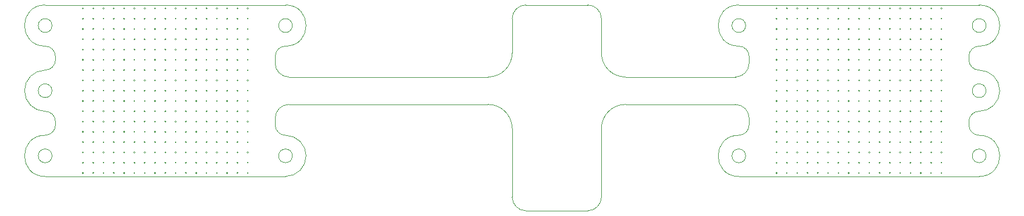
<source format=gbr>
%TF.GenerationSoftware,KiCad,Pcbnew,8.0.5-unknown-202409181836~355805756e~ubuntu22.04.1*%
%TF.CreationDate,2024-10-04T15:54:44+01:00*%
%TF.ProjectId,customFSReay,63757374-6f6d-4465-9352-6561792e6b69,rev?*%
%TF.SameCoordinates,Original*%
%TF.FileFunction,Profile,NP*%
%FSLAX46Y46*%
G04 Gerber Fmt 4.6, Leading zero omitted, Abs format (unit mm)*
G04 Created by KiCad (PCBNEW 8.0.5-unknown-202409181836~355805756e~ubuntu22.04.1) date 2024-10-04 15:54:44*
%MOMM*%
%LPD*%
G01*
G04 APERTURE LIST*
%TA.AperFunction,Profile*%
%ADD10C,0.038100*%
%TD*%
%TA.AperFunction,Profile*%
%ADD11C,0.010000*%
%TD*%
G04 APERTURE END LIST*
D10*
X127250000Y-117250004D02*
X127250000Y-116250002D01*
X95250000Y-117250000D02*
G75*
G02*
X93750000Y-118749999I-1499999J0D01*
G01*
X93750000Y-124750000D02*
G75*
G02*
X93750000Y-118749998I1J3000001D01*
G01*
X93750001Y-105750000D02*
G75*
G02*
X95250000Y-107250000I0J-1499999D01*
G01*
X94750000Y-121750000D02*
G75*
G02*
X92750000Y-121750000I-1000000J0D01*
G01*
X92750000Y-121750000D02*
G75*
G02*
X94750000Y-121750000I1000000J0D01*
G01*
X95250000Y-107749999D02*
X95250000Y-107250000D01*
X129750001Y-121750003D02*
G75*
G02*
X127749999Y-121750003I-1000001J0D01*
G01*
X127749999Y-121750003D02*
G75*
G02*
X129750001Y-121750003I1000001J0D01*
G01*
X93750000Y-115250001D02*
G75*
G02*
X95249999Y-116749999I0J-1499999D01*
G01*
X93750000Y-115250001D02*
G75*
G02*
X93750000Y-109249999I-1J3000001D01*
G01*
X95250000Y-107749999D02*
G75*
G02*
X93750000Y-109250000I-1500000J-1D01*
G01*
X128750000Y-99750004D02*
G75*
G02*
X128750000Y-105750006I-2J-3000001D01*
G01*
X94750001Y-112250000D02*
G75*
G02*
X92749999Y-112250000I-1000001J0D01*
G01*
X92749999Y-112250000D02*
G75*
G02*
X94750001Y-112250000I1000001J0D01*
G01*
X95250000Y-117250000D02*
X95250000Y-116749999D01*
X94750001Y-102750002D02*
G75*
G02*
X92749999Y-102750002I-1000001J0D01*
G01*
X92749999Y-102750002D02*
G75*
G02*
X94750001Y-102750002I1000001J0D01*
G01*
X93750001Y-105750000D02*
G75*
G02*
X93750001Y-99750000I0J3000000D01*
G01*
X128749999Y-118750005D02*
G75*
G02*
X128750000Y-124750001I1J-2999998D01*
G01*
X129250000Y-110250002D02*
G75*
G02*
X127250000Y-108250002I-1J1999999D01*
G01*
X127250000Y-108250002D02*
X127250000Y-107250004D01*
X127250000Y-107250004D02*
G75*
G02*
X128750000Y-105750006I1499997J1D01*
G01*
X128749999Y-118750005D02*
G75*
G02*
X127249999Y-117250004I0J1500000D01*
G01*
X127250000Y-116250002D02*
G75*
G02*
X129250000Y-114250002I1999999J1D01*
G01*
X129750000Y-102750005D02*
G75*
G02*
X127750000Y-102750005I-1000000J0D01*
G01*
X127750000Y-102750005D02*
G75*
G02*
X129750000Y-102750005I1000000J0D01*
G01*
X196250000Y-108250000D02*
G75*
G02*
X194250000Y-110250000I-1999999J-1D01*
G01*
X194250000Y-114250000D02*
G75*
G02*
X196250000Y-116250000I1J-1999999D01*
G01*
X196250000Y-117249998D02*
G75*
G02*
X194750000Y-118749997I-1499999J0D01*
G01*
X194750000Y-124749998D02*
G75*
G02*
X194750000Y-118749998I1J3000000D01*
G01*
X194750001Y-105749998D02*
G75*
G02*
X196250000Y-107249998I0J-1499999D01*
G01*
X195750000Y-121749997D02*
G75*
G02*
X193750000Y-121749997I-1000000J0D01*
G01*
X193750000Y-121749997D02*
G75*
G02*
X195750000Y-121749997I1000000J0D01*
G01*
X196250000Y-108250000D02*
X196250000Y-107249998D01*
X195750001Y-102749999D02*
G75*
G02*
X193749999Y-102749999I-1000001J0D01*
G01*
X193749999Y-102749999D02*
G75*
G02*
X195750001Y-102749999I1000001J0D01*
G01*
X194750001Y-105749998D02*
G75*
G02*
X194750001Y-99749998I0J3000000D01*
G01*
X230750001Y-112250003D02*
G75*
G02*
X228749999Y-112250003I-1000001J0D01*
G01*
X228749999Y-112250003D02*
G75*
G02*
X230750001Y-112250003I1000001J0D01*
G01*
X228250000Y-107250002D02*
G75*
G02*
X229750000Y-105750003I1499999J0D01*
G01*
X230750000Y-102750002D02*
G75*
G02*
X228750000Y-102750002I-1000000J0D01*
G01*
X228750000Y-102750002D02*
G75*
G02*
X230750000Y-102750002I1000000J0D01*
G01*
X228250000Y-116750003D02*
G75*
G02*
X229750000Y-115250002I1500001J0D01*
G01*
X229750000Y-109250002D02*
G75*
G02*
X228250000Y-107750003I1J1500001D01*
G01*
X228250000Y-107750003D02*
X228250000Y-107250002D01*
X229750000Y-99750002D02*
G75*
G02*
X229750000Y-105750002I0J-3000000D01*
G01*
X229750000Y-109250002D02*
G75*
G02*
X229750000Y-115250002I1J-3000000D01*
G01*
X228250000Y-117250002D02*
X228250000Y-116750003D01*
X229749999Y-118750002D02*
G75*
G02*
X228250000Y-117250002I0J1499999D01*
G01*
X229749999Y-118750002D02*
G75*
G02*
X229749999Y-124750002I0J-3000000D01*
G01*
X230750001Y-121750001D02*
G75*
G02*
X228749999Y-121750001I-1000001J0D01*
G01*
X228749999Y-121750001D02*
G75*
G02*
X230750001Y-121750001I1000001J0D01*
G01*
X194750001Y-99749999D02*
X229750000Y-99750002D01*
X194750000Y-124749998D02*
X229749999Y-124750001D01*
D11*
X114350001Y-113750000D02*
G75*
G02*
X114150001Y-113750000I-100000J0D01*
G01*
X114150001Y-113750000D02*
G75*
G02*
X114350001Y-113750000I100000J0D01*
G01*
X210850000Y-124250000D02*
G75*
G02*
X210650000Y-124250000I-100000J0D01*
G01*
X210650000Y-124250000D02*
G75*
G02*
X210850000Y-124250000I100000J0D01*
G01*
X201850001Y-124250000D02*
G75*
G02*
X201649999Y-124250000I-100001J0D01*
G01*
X201649999Y-124250000D02*
G75*
G02*
X201850001Y-124250000I100001J0D01*
G01*
X207850000Y-121250001D02*
G75*
G02*
X207650000Y-121250001I-100000J0D01*
G01*
X207650000Y-121250001D02*
G75*
G02*
X207850000Y-121250001I100000J0D01*
G01*
X118850002Y-119750000D02*
G75*
G02*
X118650000Y-119750000I-100001J0D01*
G01*
X118650000Y-119750000D02*
G75*
G02*
X118850002Y-119750000I100001J0D01*
G01*
X118850000Y-122749999D02*
G75*
G02*
X118650002Y-122749999I-99999J0D01*
G01*
X118650002Y-122749999D02*
G75*
G02*
X118850000Y-122749999I99999J0D01*
G01*
X210850000Y-121250000D02*
G75*
G02*
X210650000Y-121250000I-100000J0D01*
G01*
X210650000Y-121250000D02*
G75*
G02*
X210850000Y-121250000I100000J0D01*
G01*
X221350000Y-106250000D02*
G75*
G02*
X221150000Y-106250000I-100000J0D01*
G01*
X221150000Y-106250000D02*
G75*
G02*
X221350000Y-106250000I100000J0D01*
G01*
X203350000Y-119750000D02*
G75*
G02*
X203150000Y-119750000I-100000J0D01*
G01*
X203150000Y-119750000D02*
G75*
G02*
X203350000Y-119750000I100000J0D01*
G01*
X221350002Y-107750000D02*
G75*
G02*
X221150000Y-107750000I-100001J0D01*
G01*
X221150000Y-107750000D02*
G75*
G02*
X221350002Y-107750000I100001J0D01*
G01*
X102350000Y-106250000D02*
G75*
G02*
X102150002Y-106250000I-99999J0D01*
G01*
X102150002Y-106250000D02*
G75*
G02*
X102350000Y-106250000I99999J0D01*
G01*
X218350000Y-122750000D02*
G75*
G02*
X218150000Y-122750000I-100000J0D01*
G01*
X218150000Y-122750000D02*
G75*
G02*
X218350000Y-122750000I100000J0D01*
G01*
X117350001Y-116750000D02*
G75*
G02*
X117150001Y-116750000I-100000J0D01*
G01*
X117150001Y-116750000D02*
G75*
G02*
X117350001Y-116750000I100000J0D01*
G01*
X212350000Y-103250000D02*
G75*
G02*
X212150000Y-103250000I-100000J0D01*
G01*
X212150000Y-103250000D02*
G75*
G02*
X212350000Y-103250000I100000J0D01*
G01*
X103850001Y-115250000D02*
G75*
G02*
X103650001Y-115250000I-100000J0D01*
G01*
X103650001Y-115250000D02*
G75*
G02*
X103850001Y-115250000I100000J0D01*
G01*
X100850001Y-116750000D02*
G75*
G02*
X100650001Y-116750000I-100000J0D01*
G01*
X100650001Y-116750000D02*
G75*
G02*
X100850001Y-116750000I100000J0D01*
G01*
X118850002Y-124250001D02*
G75*
G02*
X118650000Y-124250001I-100001J0D01*
G01*
X118650000Y-124250001D02*
G75*
G02*
X118850002Y-124250001I100001J0D01*
G01*
X99350001Y-106250001D02*
G75*
G02*
X99149999Y-106250001I-100001J0D01*
G01*
X99149999Y-106250001D02*
G75*
G02*
X99350001Y-106250001I100001J0D01*
G01*
X99350001Y-115250000D02*
G75*
G02*
X99150001Y-115250000I-100000J0D01*
G01*
X99150001Y-115250000D02*
G75*
G02*
X99350001Y-115250000I100000J0D01*
G01*
X109850001Y-109250000D02*
G75*
G02*
X109650001Y-109250000I-100000J0D01*
G01*
X109650001Y-109250000D02*
G75*
G02*
X109850001Y-109250000I100000J0D01*
G01*
X99350000Y-113750000D02*
G75*
G02*
X99150000Y-113750000I-100000J0D01*
G01*
X99150000Y-113750000D02*
G75*
G02*
X99350000Y-113750000I100000J0D01*
G01*
X111350001Y-103250000D02*
G75*
G02*
X111150001Y-103250000I-100000J0D01*
G01*
X111150001Y-103250000D02*
G75*
G02*
X111350001Y-103250000I100000J0D01*
G01*
X123350002Y-122750000D02*
G75*
G02*
X123150000Y-122750000I-100001J0D01*
G01*
X123150000Y-122750000D02*
G75*
G02*
X123350002Y-122750000I100001J0D01*
G01*
X222850000Y-118250000D02*
G75*
G02*
X222650000Y-118250000I-100000J0D01*
G01*
X222650000Y-118250000D02*
G75*
G02*
X222850000Y-118250000I100000J0D01*
G01*
X221350000Y-110750000D02*
G75*
G02*
X221150000Y-110750000I-100000J0D01*
G01*
X221150000Y-110750000D02*
G75*
G02*
X221350000Y-110750000I100000J0D01*
G01*
D10*
X178250000Y-110250000D02*
G75*
G02*
X174750000Y-106749999I0J3500000D01*
G01*
D11*
X216850000Y-121250001D02*
G75*
G02*
X216650000Y-121250001I-100000J0D01*
G01*
X216650000Y-121250001D02*
G75*
G02*
X216850000Y-121250001I100000J0D01*
G01*
X209350000Y-118249999D02*
G75*
G02*
X209150000Y-118249999I-100000J0D01*
G01*
X209150000Y-118249999D02*
G75*
G02*
X209350000Y-118249999I100000J0D01*
G01*
X112850001Y-118250000D02*
G75*
G02*
X112650001Y-118250000I-100000J0D01*
G01*
X112650001Y-118250000D02*
G75*
G02*
X112850001Y-118250000I100000J0D01*
G01*
X106850001Y-124250000D02*
G75*
G02*
X106650001Y-124250000I-100000J0D01*
G01*
X106650001Y-124250000D02*
G75*
G02*
X106850001Y-124250000I100000J0D01*
G01*
X215350000Y-116750000D02*
G75*
G02*
X215150000Y-116750000I-100000J0D01*
G01*
X215150000Y-116750000D02*
G75*
G02*
X215350000Y-116750000I100000J0D01*
G01*
X215350000Y-109250000D02*
G75*
G02*
X215150000Y-109250000I-100000J0D01*
G01*
X215150000Y-109250000D02*
G75*
G02*
X215350000Y-109250000I100000J0D01*
G01*
X108349999Y-103250000D02*
G75*
G02*
X108150001Y-103250000I-99999J0D01*
G01*
X108150001Y-103250000D02*
G75*
G02*
X108349999Y-103250000I99999J0D01*
G01*
X221350000Y-112250000D02*
G75*
G02*
X221150000Y-112250000I-100000J0D01*
G01*
X221150000Y-112250000D02*
G75*
G02*
X221350000Y-112250000I100000J0D01*
G01*
X115850001Y-109250000D02*
G75*
G02*
X115650001Y-109250000I-100000J0D01*
G01*
X115650001Y-109250000D02*
G75*
G02*
X115850001Y-109250000I100000J0D01*
G01*
X115850001Y-115250000D02*
G75*
G02*
X115650001Y-115250000I-100000J0D01*
G01*
X115650001Y-115250000D02*
G75*
G02*
X115850001Y-115250000I100000J0D01*
G01*
X212349999Y-124249999D02*
G75*
G02*
X212150001Y-124249999I-99999J0D01*
G01*
X212150001Y-124249999D02*
G75*
G02*
X212349999Y-124249999I99999J0D01*
G01*
X218350000Y-104750000D02*
G75*
G02*
X218150000Y-104750000I-100000J0D01*
G01*
X218150000Y-104750000D02*
G75*
G02*
X218350000Y-104750000I100000J0D01*
G01*
X210850000Y-119750000D02*
G75*
G02*
X210650000Y-119750000I-100000J0D01*
G01*
X210650000Y-119750000D02*
G75*
G02*
X210850000Y-119750000I100000J0D01*
G01*
X114350001Y-115250000D02*
G75*
G02*
X114150001Y-115250000I-100000J0D01*
G01*
X114150001Y-115250000D02*
G75*
G02*
X114350001Y-115250000I100000J0D01*
G01*
X203350000Y-118250000D02*
G75*
G02*
X203150000Y-118250000I-100000J0D01*
G01*
X203150000Y-118250000D02*
G75*
G02*
X203350000Y-118250000I100000J0D01*
G01*
X114350001Y-107750000D02*
G75*
G02*
X114150001Y-107750000I-100000J0D01*
G01*
X114150001Y-107750000D02*
G75*
G02*
X114350001Y-107750000I100000J0D01*
G01*
X99350001Y-116750000D02*
G75*
G02*
X99150001Y-116750000I-100000J0D01*
G01*
X99150001Y-116750000D02*
G75*
G02*
X99350001Y-116750000I100000J0D01*
G01*
X114350002Y-110750000D02*
G75*
G02*
X114150002Y-110750000I-100000J0D01*
G01*
X114150002Y-110750000D02*
G75*
G02*
X114350002Y-110750000I100000J0D01*
G01*
X213850000Y-106249999D02*
G75*
G02*
X213650000Y-106249999I-100000J0D01*
G01*
X213650000Y-106249999D02*
G75*
G02*
X213850000Y-106249999I100000J0D01*
G01*
X222850000Y-119750000D02*
G75*
G02*
X222650000Y-119750000I-100000J0D01*
G01*
X222650000Y-119750000D02*
G75*
G02*
X222850000Y-119750000I100000J0D01*
G01*
X219850000Y-101750000D02*
G75*
G02*
X219650000Y-101750000I-100000J0D01*
G01*
X219650000Y-101750000D02*
G75*
G02*
X219850000Y-101750000I100000J0D01*
G01*
X200350000Y-115250000D02*
G75*
G02*
X200150000Y-115250000I-100000J0D01*
G01*
X200150000Y-115250000D02*
G75*
G02*
X200350000Y-115250000I100000J0D01*
G01*
X115850001Y-110750000D02*
G75*
G02*
X115650001Y-110750000I-100000J0D01*
G01*
X115650001Y-110750000D02*
G75*
G02*
X115850001Y-110750000I100000J0D01*
G01*
X108350001Y-107750000D02*
G75*
G02*
X108150001Y-107750000I-100000J0D01*
G01*
X108150001Y-107750000D02*
G75*
G02*
X108350001Y-107750000I100000J0D01*
G01*
X222850002Y-115250000D02*
G75*
G02*
X222650000Y-115250000I-100001J0D01*
G01*
X222650000Y-115250000D02*
G75*
G02*
X222850002Y-115250000I100001J0D01*
G01*
X218350000Y-115250000D02*
G75*
G02*
X218150000Y-115250000I-100000J0D01*
G01*
X218150000Y-115250000D02*
G75*
G02*
X218350000Y-115250000I100000J0D01*
G01*
X108350001Y-115250000D02*
G75*
G02*
X108150001Y-115250000I-100000J0D01*
G01*
X108150001Y-115250000D02*
G75*
G02*
X108350001Y-115250000I100000J0D01*
G01*
X219850000Y-104750000D02*
G75*
G02*
X219650000Y-104750000I-100000J0D01*
G01*
X219650000Y-104750000D02*
G75*
G02*
X219850000Y-104750000I100000J0D01*
G01*
X218350000Y-101749999D02*
G75*
G02*
X218150000Y-101749999I-100000J0D01*
G01*
X218150000Y-101749999D02*
G75*
G02*
X218350000Y-101749999I100000J0D01*
G01*
X215350000Y-112250000D02*
G75*
G02*
X215150000Y-112250000I-100000J0D01*
G01*
X215150000Y-112250000D02*
G75*
G02*
X215350000Y-112250000I100000J0D01*
G01*
X105350003Y-119750001D02*
G75*
G02*
X105150001Y-119750001I-100001J0D01*
G01*
X105150001Y-119750001D02*
G75*
G02*
X105350003Y-119750001I100001J0D01*
G01*
X219850000Y-112250000D02*
G75*
G02*
X219650000Y-112250000I-100000J0D01*
G01*
X219650000Y-112250000D02*
G75*
G02*
X219850000Y-112250000I100000J0D01*
G01*
X103850001Y-104750000D02*
G75*
G02*
X103650001Y-104750000I-100000J0D01*
G01*
X103650001Y-104750000D02*
G75*
G02*
X103850001Y-104750000I100000J0D01*
G01*
X210850000Y-122750000D02*
G75*
G02*
X210650000Y-122750000I-100000J0D01*
G01*
X210650000Y-122750000D02*
G75*
G02*
X210850000Y-122750000I100000J0D01*
G01*
X201850002Y-101750000D02*
G75*
G02*
X201650000Y-101750000I-100001J0D01*
G01*
X201650000Y-101750000D02*
G75*
G02*
X201850002Y-101750000I100001J0D01*
G01*
X203349999Y-124249999D02*
G75*
G02*
X203150001Y-124249999I-99999J0D01*
G01*
X203150001Y-124249999D02*
G75*
G02*
X203349999Y-124249999I99999J0D01*
G01*
X111350001Y-112250000D02*
G75*
G02*
X111150001Y-112250000I-100000J0D01*
G01*
X111150001Y-112250000D02*
G75*
G02*
X111350001Y-112250000I100000J0D01*
G01*
X100850001Y-100250000D02*
G75*
G02*
X100650001Y-100250000I-100000J0D01*
G01*
X100650001Y-100250000D02*
G75*
G02*
X100850001Y-100250000I100000J0D01*
G01*
X106850001Y-112250000D02*
G75*
G02*
X106650001Y-112250000I-100000J0D01*
G01*
X106650001Y-112250000D02*
G75*
G02*
X106850001Y-112250000I100000J0D01*
G01*
X213850000Y-113750000D02*
G75*
G02*
X213650000Y-113750000I-100000J0D01*
G01*
X213650000Y-113750000D02*
G75*
G02*
X213850000Y-113750000I100000J0D01*
G01*
X111350001Y-115250000D02*
G75*
G02*
X111150001Y-115250000I-100000J0D01*
G01*
X111150001Y-115250000D02*
G75*
G02*
X111350001Y-115250000I100000J0D01*
G01*
X114350000Y-100250000D02*
G75*
G02*
X114150002Y-100250000I-99999J0D01*
G01*
X114150002Y-100250000D02*
G75*
G02*
X114350000Y-100250000I99999J0D01*
G01*
X112850001Y-119750000D02*
G75*
G02*
X112650001Y-119750000I-100000J0D01*
G01*
X112650001Y-119750000D02*
G75*
G02*
X112850001Y-119750000I100000J0D01*
G01*
X105350001Y-115250000D02*
G75*
G02*
X105150001Y-115250000I-100000J0D01*
G01*
X105150001Y-115250000D02*
G75*
G02*
X105350001Y-115250000I100000J0D01*
G01*
X200350000Y-124250000D02*
G75*
G02*
X200150000Y-124250000I-100000J0D01*
G01*
X200150000Y-124250000D02*
G75*
G02*
X200350000Y-124250000I100000J0D01*
G01*
X215350000Y-118250000D02*
G75*
G02*
X215150000Y-118250000I-100000J0D01*
G01*
X215150000Y-118250000D02*
G75*
G02*
X215350000Y-118250000I100000J0D01*
G01*
X221350000Y-101750000D02*
G75*
G02*
X221150000Y-101750000I-100000J0D01*
G01*
X221150000Y-101750000D02*
G75*
G02*
X221350000Y-101750000I100000J0D01*
G01*
X216850000Y-116750000D02*
G75*
G02*
X216650000Y-116750000I-100000J0D01*
G01*
X216650000Y-116750000D02*
G75*
G02*
X216850000Y-116750000I100000J0D01*
G01*
X121850001Y-115250000D02*
G75*
G02*
X121650001Y-115250000I-100000J0D01*
G01*
X121650001Y-115250000D02*
G75*
G02*
X121850001Y-115250000I100000J0D01*
G01*
X123350001Y-115250000D02*
G75*
G02*
X123150001Y-115250000I-100000J0D01*
G01*
X123150001Y-115250000D02*
G75*
G02*
X123350001Y-115250000I100000J0D01*
G01*
X203350000Y-113750000D02*
G75*
G02*
X203150000Y-113750000I-100000J0D01*
G01*
X203150000Y-113750000D02*
G75*
G02*
X203350000Y-113750000I100000J0D01*
G01*
X221350000Y-115250000D02*
G75*
G02*
X221150000Y-115250000I-100000J0D01*
G01*
X221150000Y-115250000D02*
G75*
G02*
X221350000Y-115250000I100000J0D01*
G01*
X114350001Y-109250000D02*
G75*
G02*
X114150001Y-109250000I-100000J0D01*
G01*
X114150001Y-109250000D02*
G75*
G02*
X114350001Y-109250000I100000J0D01*
G01*
X210850000Y-109250000D02*
G75*
G02*
X210650000Y-109250000I-100000J0D01*
G01*
X210650000Y-109250000D02*
G75*
G02*
X210850000Y-109250000I100000J0D01*
G01*
D10*
X163750000Y-129750000D02*
X172750000Y-129750000D01*
D11*
X114350000Y-101749999D02*
G75*
G02*
X114150002Y-101749999I-99999J0D01*
G01*
X114150002Y-101749999D02*
G75*
G02*
X114350000Y-101749999I99999J0D01*
G01*
X200350000Y-104750001D02*
G75*
G02*
X200150000Y-104750001I-100000J0D01*
G01*
X200150000Y-104750001D02*
G75*
G02*
X200350000Y-104750001I100000J0D01*
G01*
X123350001Y-124250000D02*
G75*
G02*
X123150001Y-124250000I-100000J0D01*
G01*
X123150001Y-124250000D02*
G75*
G02*
X123350001Y-124250000I100000J0D01*
G01*
X216850000Y-122750000D02*
G75*
G02*
X216650000Y-122750000I-100000J0D01*
G01*
X216650000Y-122750000D02*
G75*
G02*
X216850000Y-122750000I100000J0D01*
G01*
X224350000Y-109250000D02*
G75*
G02*
X224150000Y-109250000I-100000J0D01*
G01*
X224150000Y-109250000D02*
G75*
G02*
X224350000Y-109250000I100000J0D01*
G01*
X212350000Y-100250001D02*
G75*
G02*
X212150000Y-100250001I-100000J0D01*
G01*
X212150000Y-100250001D02*
G75*
G02*
X212350000Y-100250001I100000J0D01*
G01*
X221350000Y-113750000D02*
G75*
G02*
X221150000Y-113750000I-100000J0D01*
G01*
X221150000Y-113750000D02*
G75*
G02*
X221350000Y-113750000I100000J0D01*
G01*
X102350001Y-113750000D02*
G75*
G02*
X102150001Y-113750000I-100000J0D01*
G01*
X102150001Y-113750000D02*
G75*
G02*
X102350001Y-113750000I100000J0D01*
G01*
X200350000Y-122750000D02*
G75*
G02*
X200150000Y-122750000I-100000J0D01*
G01*
X200150000Y-122750000D02*
G75*
G02*
X200350000Y-122750000I100000J0D01*
G01*
D10*
X163750000Y-129750000D02*
G75*
G02*
X161750000Y-127750001I0J2000000D01*
G01*
D11*
X207850000Y-115250000D02*
G75*
G02*
X207650000Y-115250000I-100000J0D01*
G01*
X207650000Y-115250000D02*
G75*
G02*
X207850000Y-115250000I100000J0D01*
G01*
X200350001Y-107750000D02*
G75*
G02*
X200149999Y-107750000I-100001J0D01*
G01*
X200149999Y-107750000D02*
G75*
G02*
X200350001Y-107750000I100001J0D01*
G01*
X106850001Y-116750000D02*
G75*
G02*
X106650001Y-116750000I-100000J0D01*
G01*
X106650001Y-116750000D02*
G75*
G02*
X106850001Y-116750000I100000J0D01*
G01*
X200350000Y-100250000D02*
G75*
G02*
X200150000Y-100250000I-100000J0D01*
G01*
X200150000Y-100250000D02*
G75*
G02*
X200350000Y-100250000I100000J0D01*
G01*
X103850001Y-110750000D02*
G75*
G02*
X103650001Y-110750000I-100000J0D01*
G01*
X103650001Y-110750000D02*
G75*
G02*
X103850001Y-110750000I100000J0D01*
G01*
X109850002Y-112250000D02*
G75*
G02*
X109650002Y-112250000I-100000J0D01*
G01*
X109650002Y-112250000D02*
G75*
G02*
X109850002Y-112250000I100000J0D01*
G01*
X105350000Y-100249999D02*
G75*
G02*
X105150004Y-100249999I-99998J0D01*
G01*
X105150004Y-100249999D02*
G75*
G02*
X105350000Y-100249999I99998J0D01*
G01*
D10*
X172750000Y-99750000D02*
X163750000Y-99750000D01*
D11*
X224350001Y-106250000D02*
G75*
G02*
X224149999Y-106250000I-100001J0D01*
G01*
X224149999Y-106250000D02*
G75*
G02*
X224350001Y-106250000I100001J0D01*
G01*
X106850000Y-103250000D02*
G75*
G02*
X106650002Y-103250000I-99999J0D01*
G01*
X106650002Y-103250000D02*
G75*
G02*
X106850000Y-103250000I99999J0D01*
G01*
X99350001Y-109250000D02*
G75*
G02*
X99150001Y-109250000I-100000J0D01*
G01*
X99150001Y-109250000D02*
G75*
G02*
X99350001Y-109250000I100000J0D01*
G01*
X112850001Y-101750001D02*
G75*
G02*
X112649999Y-101750001I-100001J0D01*
G01*
X112649999Y-101750001D02*
G75*
G02*
X112850001Y-101750001I100001J0D01*
G01*
X121850001Y-113750000D02*
G75*
G02*
X121650001Y-113750000I-100000J0D01*
G01*
X121650001Y-113750000D02*
G75*
G02*
X121850001Y-113750000I100000J0D01*
G01*
X109850001Y-100250000D02*
G75*
G02*
X109650001Y-100250000I-100000J0D01*
G01*
X109650001Y-100250000D02*
G75*
G02*
X109850001Y-100250000I100000J0D01*
G01*
X207849999Y-110750000D02*
G75*
G02*
X207650001Y-110750000I-99999J0D01*
G01*
X207650001Y-110750000D02*
G75*
G02*
X207849999Y-110750000I99999J0D01*
G01*
X106850002Y-119750000D02*
G75*
G02*
X106650000Y-119750000I-100001J0D01*
G01*
X106650000Y-119750000D02*
G75*
G02*
X106850002Y-119750000I100001J0D01*
G01*
X112850001Y-124249999D02*
G75*
G02*
X112650003Y-124249999I-99999J0D01*
G01*
X112650003Y-124249999D02*
G75*
G02*
X112850001Y-124249999I99999J0D01*
G01*
X224350000Y-115250000D02*
G75*
G02*
X224150000Y-115250000I-100000J0D01*
G01*
X224150000Y-115250000D02*
G75*
G02*
X224350000Y-115250000I100000J0D01*
G01*
X120350001Y-110750000D02*
G75*
G02*
X120150001Y-110750000I-100000J0D01*
G01*
X120150001Y-110750000D02*
G75*
G02*
X120350001Y-110750000I100000J0D01*
G01*
X213850000Y-110750000D02*
G75*
G02*
X213650000Y-110750000I-100000J0D01*
G01*
X213650000Y-110750000D02*
G75*
G02*
X213850000Y-110750000I100000J0D01*
G01*
D10*
X178250000Y-114250000D02*
X194250000Y-114250000D01*
D11*
X210850000Y-100250000D02*
G75*
G02*
X210650000Y-100250000I-100000J0D01*
G01*
X210650000Y-100250000D02*
G75*
G02*
X210850000Y-100250000I100000J0D01*
G01*
X212350000Y-104750000D02*
G75*
G02*
X212150000Y-104750000I-100000J0D01*
G01*
X212150000Y-104750000D02*
G75*
G02*
X212350000Y-104750000I100000J0D01*
G01*
X219849998Y-107750000D02*
G75*
G02*
X219650000Y-107750000I-99999J0D01*
G01*
X219650000Y-107750000D02*
G75*
G02*
X219849998Y-107750000I99999J0D01*
G01*
X207850000Y-107750000D02*
G75*
G02*
X207650000Y-107750000I-100000J0D01*
G01*
X207650000Y-107750000D02*
G75*
G02*
X207850000Y-107750000I100000J0D01*
G01*
X118850001Y-110750000D02*
G75*
G02*
X118650001Y-110750000I-100000J0D01*
G01*
X118650001Y-110750000D02*
G75*
G02*
X118850001Y-110750000I100000J0D01*
G01*
X206350002Y-115250000D02*
G75*
G02*
X206150000Y-115250000I-100001J0D01*
G01*
X206150000Y-115250000D02*
G75*
G02*
X206350002Y-115250000I100001J0D01*
G01*
X204850000Y-119750000D02*
G75*
G02*
X204650000Y-119750000I-100000J0D01*
G01*
X204650000Y-119750000D02*
G75*
G02*
X204850000Y-119750000I100000J0D01*
G01*
X115850001Y-112250000D02*
G75*
G02*
X115650001Y-112250000I-100000J0D01*
G01*
X115650001Y-112250000D02*
G75*
G02*
X115850001Y-112250000I100000J0D01*
G01*
X111350001Y-104750000D02*
G75*
G02*
X111150001Y-104750000I-100000J0D01*
G01*
X111150001Y-104750000D02*
G75*
G02*
X111350001Y-104750000I100000J0D01*
G01*
X117350001Y-101750000D02*
G75*
G02*
X117150001Y-101750000I-100000J0D01*
G01*
X117150001Y-101750000D02*
G75*
G02*
X117350001Y-101750000I100000J0D01*
G01*
X111350002Y-124250000D02*
G75*
G02*
X111150000Y-124250000I-100001J0D01*
G01*
X111150000Y-124250000D02*
G75*
G02*
X111350002Y-124250000I100001J0D01*
G01*
X206350001Y-101750000D02*
G75*
G02*
X206149999Y-101750000I-100001J0D01*
G01*
X206149999Y-101750000D02*
G75*
G02*
X206350001Y-101750000I100001J0D01*
G01*
X207850000Y-103249999D02*
G75*
G02*
X207650000Y-103249999I-100000J0D01*
G01*
X207650000Y-103249999D02*
G75*
G02*
X207850000Y-103249999I100000J0D01*
G01*
X210850001Y-115250000D02*
G75*
G02*
X210649999Y-115250000I-100001J0D01*
G01*
X210649999Y-115250000D02*
G75*
G02*
X210850001Y-115250000I100001J0D01*
G01*
X99349999Y-103250000D02*
G75*
G02*
X99150001Y-103250000I-99999J0D01*
G01*
X99150001Y-103250000D02*
G75*
G02*
X99349999Y-103250000I99999J0D01*
G01*
X216850000Y-118250000D02*
G75*
G02*
X216650000Y-118250000I-100000J0D01*
G01*
X216650000Y-118250000D02*
G75*
G02*
X216850000Y-118250000I100000J0D01*
G01*
X200349998Y-101750000D02*
G75*
G02*
X200150000Y-101750000I-99999J0D01*
G01*
X200150000Y-101750000D02*
G75*
G02*
X200349998Y-101750000I99999J0D01*
G01*
X117350002Y-113750000D02*
G75*
G02*
X117150002Y-113750000I-100000J0D01*
G01*
X117150002Y-113750000D02*
G75*
G02*
X117350002Y-113750000I100000J0D01*
G01*
X114350001Y-112250000D02*
G75*
G02*
X114150001Y-112250000I-100000J0D01*
G01*
X114150001Y-112250000D02*
G75*
G02*
X114350001Y-112250000I100000J0D01*
G01*
X118850001Y-112250000D02*
G75*
G02*
X118650001Y-112250000I-100000J0D01*
G01*
X118650001Y-112250000D02*
G75*
G02*
X118850001Y-112250000I100000J0D01*
G01*
X111350002Y-101750001D02*
G75*
G02*
X111150000Y-101750001I-100001J0D01*
G01*
X111150000Y-101750001D02*
G75*
G02*
X111350002Y-101750001I100001J0D01*
G01*
X207850000Y-124250000D02*
G75*
G02*
X207650000Y-124250000I-100000J0D01*
G01*
X207650000Y-124250000D02*
G75*
G02*
X207850000Y-124250000I100000J0D01*
G01*
X206350002Y-122750000D02*
G75*
G02*
X206150000Y-122750000I-100001J0D01*
G01*
X206150000Y-122750000D02*
G75*
G02*
X206350002Y-122750000I100001J0D01*
G01*
X109850001Y-121250000D02*
G75*
G02*
X109650003Y-121250000I-99999J0D01*
G01*
X109650003Y-121250000D02*
G75*
G02*
X109850001Y-121250000I99999J0D01*
G01*
X207850000Y-113750000D02*
G75*
G02*
X207650000Y-113750000I-100000J0D01*
G01*
X207650000Y-113750000D02*
G75*
G02*
X207850000Y-113750000I100000J0D01*
G01*
X114350002Y-124250000D02*
G75*
G02*
X114150000Y-124250000I-100001J0D01*
G01*
X114150000Y-124250000D02*
G75*
G02*
X114350002Y-124250000I100001J0D01*
G01*
X114350002Y-119750001D02*
G75*
G02*
X114150000Y-119750001I-100001J0D01*
G01*
X114150000Y-119750001D02*
G75*
G02*
X114350002Y-119750001I100001J0D01*
G01*
X218350000Y-109250000D02*
G75*
G02*
X218150000Y-109250000I-100000J0D01*
G01*
X218150000Y-109250000D02*
G75*
G02*
X218350000Y-109250000I100000J0D01*
G01*
X216850000Y-103249999D02*
G75*
G02*
X216650000Y-103249999I-100000J0D01*
G01*
X216650000Y-103249999D02*
G75*
G02*
X216850000Y-103249999I100000J0D01*
G01*
X114350001Y-122750000D02*
G75*
G02*
X114150001Y-122750000I-100000J0D01*
G01*
X114150001Y-122750000D02*
G75*
G02*
X114350001Y-122750000I100000J0D01*
G01*
X106850001Y-100250000D02*
G75*
G02*
X106650001Y-100250000I-100000J0D01*
G01*
X106650001Y-100250000D02*
G75*
G02*
X106850001Y-100250000I100000J0D01*
G01*
X120350001Y-113750000D02*
G75*
G02*
X120150001Y-113750000I-100000J0D01*
G01*
X120150001Y-113750000D02*
G75*
G02*
X120350001Y-113750000I100000J0D01*
G01*
D10*
X194250000Y-110250000D02*
X178250000Y-110250000D01*
D11*
X115850000Y-113750000D02*
G75*
G02*
X115650000Y-113750000I-100000J0D01*
G01*
X115650000Y-113750000D02*
G75*
G02*
X115850000Y-113750000I100000J0D01*
G01*
X100850001Y-109250000D02*
G75*
G02*
X100650001Y-109250000I-100000J0D01*
G01*
X100650001Y-109250000D02*
G75*
G02*
X100850001Y-109250000I100000J0D01*
G01*
X210850000Y-107750000D02*
G75*
G02*
X210650000Y-107750000I-100000J0D01*
G01*
X210650000Y-107750000D02*
G75*
G02*
X210850000Y-107750000I100000J0D01*
G01*
X206349999Y-112250000D02*
G75*
G02*
X206150001Y-112250000I-99999J0D01*
G01*
X206150001Y-112250000D02*
G75*
G02*
X206349999Y-112250000I99999J0D01*
G01*
X99350001Y-100250000D02*
G75*
G02*
X99150001Y-100250000I-100000J0D01*
G01*
X99150001Y-100250000D02*
G75*
G02*
X99350001Y-100250000I100000J0D01*
G01*
X209350001Y-107750000D02*
G75*
G02*
X209149999Y-107750000I-100001J0D01*
G01*
X209149999Y-107750000D02*
G75*
G02*
X209350001Y-107750000I100001J0D01*
G01*
X118850001Y-107750000D02*
G75*
G02*
X118650001Y-107750000I-100000J0D01*
G01*
X118650001Y-107750000D02*
G75*
G02*
X118850001Y-107750000I100000J0D01*
G01*
X222849999Y-112250000D02*
G75*
G02*
X222650001Y-112250000I-99999J0D01*
G01*
X222650001Y-112250000D02*
G75*
G02*
X222849999Y-112250000I99999J0D01*
G01*
X222850000Y-122749999D02*
G75*
G02*
X222650000Y-122749999I-100000J0D01*
G01*
X222650000Y-122749999D02*
G75*
G02*
X222850000Y-122749999I100000J0D01*
G01*
X111350001Y-119750000D02*
G75*
G02*
X111150001Y-119750000I-100000J0D01*
G01*
X111150001Y-119750000D02*
G75*
G02*
X111350001Y-119750000I100000J0D01*
G01*
X120350001Y-116750000D02*
G75*
G02*
X120150001Y-116750000I-100000J0D01*
G01*
X120150001Y-116750000D02*
G75*
G02*
X120350001Y-116750000I100000J0D01*
G01*
X218350000Y-100250000D02*
G75*
G02*
X218150000Y-100250000I-100000J0D01*
G01*
X218150000Y-100250000D02*
G75*
G02*
X218350000Y-100250000I100000J0D01*
G01*
X224349998Y-121250000D02*
G75*
G02*
X224150000Y-121250000I-99999J0D01*
G01*
X224150000Y-121250000D02*
G75*
G02*
X224349998Y-121250000I99999J0D01*
G01*
X221350000Y-100250001D02*
G75*
G02*
X221150000Y-100250001I-100000J0D01*
G01*
X221150000Y-100250001D02*
G75*
G02*
X221350000Y-100250001I100000J0D01*
G01*
X216850000Y-115250000D02*
G75*
G02*
X216650000Y-115250000I-100000J0D01*
G01*
X216650000Y-115250000D02*
G75*
G02*
X216850000Y-115250000I100000J0D01*
G01*
X105350001Y-113750000D02*
G75*
G02*
X105150001Y-113750000I-100000J0D01*
G01*
X105150001Y-113750000D02*
G75*
G02*
X105350001Y-113750000I100000J0D01*
G01*
X105350000Y-118249999D02*
G75*
G02*
X105150002Y-118249999I-99999J0D01*
G01*
X105150002Y-118249999D02*
G75*
G02*
X105350000Y-118249999I99999J0D01*
G01*
X216850000Y-110750000D02*
G75*
G02*
X216650000Y-110750000I-100000J0D01*
G01*
X216650000Y-110750000D02*
G75*
G02*
X216850000Y-110750000I100000J0D01*
G01*
X108350001Y-119749999D02*
G75*
G02*
X108150001Y-119749999I-100000J0D01*
G01*
X108150001Y-119749999D02*
G75*
G02*
X108350001Y-119749999I100000J0D01*
G01*
X212349999Y-122750000D02*
G75*
G02*
X212150001Y-122750000I-99999J0D01*
G01*
X212150001Y-122750000D02*
G75*
G02*
X212349999Y-122750000I99999J0D01*
G01*
X224350000Y-107750000D02*
G75*
G02*
X224150000Y-107750000I-100000J0D01*
G01*
X224150000Y-107750000D02*
G75*
G02*
X224350000Y-107750000I100000J0D01*
G01*
X219850000Y-110750000D02*
G75*
G02*
X219650000Y-110750000I-100000J0D01*
G01*
X219650000Y-110750000D02*
G75*
G02*
X219850000Y-110750000I100000J0D01*
G01*
X109850003Y-115250001D02*
G75*
G02*
X109650001Y-115250001I-100001J0D01*
G01*
X109650001Y-115250001D02*
G75*
G02*
X109850003Y-115250001I100001J0D01*
G01*
X224349998Y-119750000D02*
G75*
G02*
X224150000Y-119750000I-99999J0D01*
G01*
X224150000Y-119750000D02*
G75*
G02*
X224349998Y-119750000I99999J0D01*
G01*
X121850002Y-109250000D02*
G75*
G02*
X121650002Y-109250000I-100000J0D01*
G01*
X121650002Y-109250000D02*
G75*
G02*
X121850002Y-109250000I100000J0D01*
G01*
X117350000Y-112250000D02*
G75*
G02*
X117150000Y-112250000I-100000J0D01*
G01*
X117150000Y-112250000D02*
G75*
G02*
X117350000Y-112250000I100000J0D01*
G01*
X204850001Y-121250000D02*
G75*
G02*
X204649999Y-121250000I-100001J0D01*
G01*
X204649999Y-121250000D02*
G75*
G02*
X204850001Y-121250000I100001J0D01*
G01*
X111350001Y-122750000D02*
G75*
G02*
X111150001Y-122750000I-100000J0D01*
G01*
X111150001Y-122750000D02*
G75*
G02*
X111350001Y-122750000I100000J0D01*
G01*
X207849999Y-101750000D02*
G75*
G02*
X207650001Y-101750000I-99999J0D01*
G01*
X207650001Y-101750000D02*
G75*
G02*
X207849999Y-101750000I99999J0D01*
G01*
X108350001Y-116750000D02*
G75*
G02*
X108150001Y-116750000I-100000J0D01*
G01*
X108150001Y-116750000D02*
G75*
G02*
X108350001Y-116750000I100000J0D01*
G01*
X108350001Y-118250000D02*
G75*
G02*
X108150001Y-118250000I-100000J0D01*
G01*
X108150001Y-118250000D02*
G75*
G02*
X108350001Y-118250000I100000J0D01*
G01*
X115850001Y-107750000D02*
G75*
G02*
X115650001Y-107750000I-100000J0D01*
G01*
X115650001Y-107750000D02*
G75*
G02*
X115850001Y-107750000I100000J0D01*
G01*
X203350000Y-101750000D02*
G75*
G02*
X203150000Y-101750000I-100000J0D01*
G01*
X203150000Y-101750000D02*
G75*
G02*
X203350000Y-101750000I100000J0D01*
G01*
X204850000Y-101750000D02*
G75*
G02*
X204650000Y-101750000I-100000J0D01*
G01*
X204650000Y-101750000D02*
G75*
G02*
X204850000Y-101750000I100000J0D01*
G01*
X224349998Y-101750000D02*
G75*
G02*
X224150000Y-101750000I-99999J0D01*
G01*
X224150000Y-101750000D02*
G75*
G02*
X224349998Y-101750000I99999J0D01*
G01*
X204850000Y-110750000D02*
G75*
G02*
X204650000Y-110750000I-100000J0D01*
G01*
X204650000Y-110750000D02*
G75*
G02*
X204850000Y-110750000I100000J0D01*
G01*
X115849999Y-122749999D02*
G75*
G02*
X115650001Y-122749999I-99999J0D01*
G01*
X115650001Y-122749999D02*
G75*
G02*
X115849999Y-122749999I99999J0D01*
G01*
X212350000Y-101750000D02*
G75*
G02*
X212150000Y-101750000I-100000J0D01*
G01*
X212150000Y-101750000D02*
G75*
G02*
X212350000Y-101750000I100000J0D01*
G01*
X100850000Y-122749999D02*
G75*
G02*
X100650002Y-122749999I-99999J0D01*
G01*
X100650002Y-122749999D02*
G75*
G02*
X100850000Y-122749999I99999J0D01*
G01*
X218350000Y-124250000D02*
G75*
G02*
X218150000Y-124250000I-100000J0D01*
G01*
X218150000Y-124250000D02*
G75*
G02*
X218350000Y-124250000I100000J0D01*
G01*
X218350000Y-106250000D02*
G75*
G02*
X218150000Y-106250000I-100000J0D01*
G01*
X218150000Y-106250000D02*
G75*
G02*
X218350000Y-106250000I100000J0D01*
G01*
X206350000Y-109250000D02*
G75*
G02*
X206150000Y-109250000I-100000J0D01*
G01*
X206150000Y-109250000D02*
G75*
G02*
X206350000Y-109250000I100000J0D01*
G01*
X218350000Y-118249999D02*
G75*
G02*
X218150000Y-118249999I-100000J0D01*
G01*
X218150000Y-118249999D02*
G75*
G02*
X218350000Y-118249999I100000J0D01*
G01*
X219850000Y-113750000D02*
G75*
G02*
X219650000Y-113750000I-100000J0D01*
G01*
X219650000Y-113750000D02*
G75*
G02*
X219850000Y-113750000I100000J0D01*
G01*
X118850000Y-104750000D02*
G75*
G02*
X118650002Y-104750000I-99999J0D01*
G01*
X118650002Y-104750000D02*
G75*
G02*
X118850000Y-104750000I99999J0D01*
G01*
X112850001Y-110750000D02*
G75*
G02*
X112650001Y-110750000I-100000J0D01*
G01*
X112650001Y-110750000D02*
G75*
G02*
X112850001Y-110750000I100000J0D01*
G01*
X218350000Y-113750000D02*
G75*
G02*
X218150000Y-113750000I-100000J0D01*
G01*
X218150000Y-113750000D02*
G75*
G02*
X218350000Y-113750000I100000J0D01*
G01*
X212350000Y-113750000D02*
G75*
G02*
X212150000Y-113750000I-100000J0D01*
G01*
X212150000Y-113750000D02*
G75*
G02*
X212350000Y-113750000I100000J0D01*
G01*
X201850000Y-104750000D02*
G75*
G02*
X201650000Y-104750000I-100000J0D01*
G01*
X201650000Y-104750000D02*
G75*
G02*
X201850000Y-104750000I100000J0D01*
G01*
X123350001Y-104750000D02*
G75*
G02*
X123150001Y-104750000I-100000J0D01*
G01*
X123150001Y-104750000D02*
G75*
G02*
X123350001Y-104750000I100000J0D01*
G01*
X112850001Y-113750000D02*
G75*
G02*
X112650001Y-113750000I-100000J0D01*
G01*
X112650001Y-113750000D02*
G75*
G02*
X112850001Y-113750000I100000J0D01*
G01*
D10*
X174750000Y-117750000D02*
X174750000Y-127750000D01*
D11*
X200350001Y-116750000D02*
G75*
G02*
X200149999Y-116750000I-100001J0D01*
G01*
X200149999Y-116750000D02*
G75*
G02*
X200350001Y-116750000I100001J0D01*
G01*
X219850000Y-122750000D02*
G75*
G02*
X219650000Y-122750000I-100000J0D01*
G01*
X219650000Y-122750000D02*
G75*
G02*
X219850000Y-122750000I100000J0D01*
G01*
X212350000Y-118250000D02*
G75*
G02*
X212150000Y-118250000I-100000J0D01*
G01*
X212150000Y-118250000D02*
G75*
G02*
X212350000Y-118250000I100000J0D01*
G01*
X121849998Y-107749999D02*
G75*
G02*
X121650004Y-107749999I-99997J0D01*
G01*
X121650004Y-107749999D02*
G75*
G02*
X121849998Y-107749999I99997J0D01*
G01*
X123350001Y-103250000D02*
G75*
G02*
X123150001Y-103250000I-100000J0D01*
G01*
X123150001Y-103250000D02*
G75*
G02*
X123350001Y-103250000I100000J0D01*
G01*
X100850001Y-112250000D02*
G75*
G02*
X100650003Y-112250000I-99999J0D01*
G01*
X100650003Y-112250000D02*
G75*
G02*
X100850001Y-112250000I99999J0D01*
G01*
X203350000Y-110750000D02*
G75*
G02*
X203150000Y-110750000I-100000J0D01*
G01*
X203150000Y-110750000D02*
G75*
G02*
X203350000Y-110750000I100000J0D01*
G01*
X215350000Y-115250000D02*
G75*
G02*
X215150000Y-115250000I-100000J0D01*
G01*
X215150000Y-115250000D02*
G75*
G02*
X215350000Y-115250000I100000J0D01*
G01*
X123350001Y-100250000D02*
G75*
G02*
X123150001Y-100250000I-100000J0D01*
G01*
X123150001Y-100250000D02*
G75*
G02*
X123350001Y-100250000I100000J0D01*
G01*
X204850002Y-116750000D02*
G75*
G02*
X204650000Y-116750000I-100001J0D01*
G01*
X204650000Y-116750000D02*
G75*
G02*
X204850002Y-116750000I100001J0D01*
G01*
X206349999Y-103250000D02*
G75*
G02*
X206150001Y-103250000I-99999J0D01*
G01*
X206150001Y-103250000D02*
G75*
G02*
X206349999Y-103250000I99999J0D01*
G01*
X224349998Y-103250000D02*
G75*
G02*
X224150000Y-103250000I-99999J0D01*
G01*
X224150000Y-103250000D02*
G75*
G02*
X224349998Y-103250000I99999J0D01*
G01*
X114350001Y-121250000D02*
G75*
G02*
X114150001Y-121250000I-100000J0D01*
G01*
X114150001Y-121250000D02*
G75*
G02*
X114350001Y-121250000I100000J0D01*
G01*
X221350000Y-122750000D02*
G75*
G02*
X221150000Y-122750000I-100000J0D01*
G01*
X221150000Y-122750000D02*
G75*
G02*
X221350000Y-122750000I100000J0D01*
G01*
X210850000Y-110750000D02*
G75*
G02*
X210650000Y-110750000I-100000J0D01*
G01*
X210650000Y-110750000D02*
G75*
G02*
X210850000Y-110750000I100000J0D01*
G01*
X203349998Y-116750000D02*
G75*
G02*
X203150000Y-116750000I-99999J0D01*
G01*
X203150000Y-116750000D02*
G75*
G02*
X203349998Y-116750000I99999J0D01*
G01*
X118850001Y-116750000D02*
G75*
G02*
X118650001Y-116750000I-100000J0D01*
G01*
X118650001Y-116750000D02*
G75*
G02*
X118850001Y-116750000I100000J0D01*
G01*
X212350000Y-110750000D02*
G75*
G02*
X212150000Y-110750000I-100000J0D01*
G01*
X212150000Y-110750000D02*
G75*
G02*
X212350000Y-110750000I100000J0D01*
G01*
D10*
X174750000Y-127750000D02*
G75*
G02*
X172750000Y-129750000I-2000000J0D01*
G01*
D11*
X108350000Y-113750000D02*
G75*
G02*
X108150000Y-113750000I-100000J0D01*
G01*
X108150000Y-113750000D02*
G75*
G02*
X108350000Y-113750000I100000J0D01*
G01*
X200349998Y-119750000D02*
G75*
G02*
X200150000Y-119750000I-99999J0D01*
G01*
X200150000Y-119750000D02*
G75*
G02*
X200349998Y-119750000I99999J0D01*
G01*
X209350000Y-101749999D02*
G75*
G02*
X209150000Y-101749999I-100000J0D01*
G01*
X209150000Y-101749999D02*
G75*
G02*
X209350000Y-101749999I100000J0D01*
G01*
X120350001Y-115250000D02*
G75*
G02*
X120150001Y-115250000I-100000J0D01*
G01*
X120150001Y-115250000D02*
G75*
G02*
X120350001Y-115250000I100000J0D01*
G01*
X117350001Y-118250000D02*
G75*
G02*
X117150001Y-118250000I-100000J0D01*
G01*
X117150001Y-118250000D02*
G75*
G02*
X117350001Y-118250000I100000J0D01*
G01*
X200350000Y-109250000D02*
G75*
G02*
X200150000Y-109250000I-100000J0D01*
G01*
X200150000Y-109250000D02*
G75*
G02*
X200350000Y-109250000I100000J0D01*
G01*
X215350000Y-107750000D02*
G75*
G02*
X215150000Y-107750000I-100000J0D01*
G01*
X215150000Y-107750000D02*
G75*
G02*
X215350000Y-107750000I100000J0D01*
G01*
X215350000Y-101750000D02*
G75*
G02*
X215150000Y-101750000I-100000J0D01*
G01*
X215150000Y-101750000D02*
G75*
G02*
X215350000Y-101750000I100000J0D01*
G01*
X219850000Y-103250000D02*
G75*
G02*
X219650000Y-103250000I-100000J0D01*
G01*
X219650000Y-103250000D02*
G75*
G02*
X219850000Y-103250000I100000J0D01*
G01*
X213850000Y-101750000D02*
G75*
G02*
X213650000Y-101750000I-100000J0D01*
G01*
X213650000Y-101750000D02*
G75*
G02*
X213850000Y-101750000I100000J0D01*
G01*
X215350000Y-124250000D02*
G75*
G02*
X215150000Y-124250000I-100000J0D01*
G01*
X215150000Y-124250000D02*
G75*
G02*
X215350000Y-124250000I100000J0D01*
G01*
X209350000Y-103250000D02*
G75*
G02*
X209150000Y-103250000I-100000J0D01*
G01*
X209150000Y-103250000D02*
G75*
G02*
X209350000Y-103250000I100000J0D01*
G01*
X200350001Y-106250000D02*
G75*
G02*
X200149999Y-106250000I-100001J0D01*
G01*
X200149999Y-106250000D02*
G75*
G02*
X200350001Y-106250000I100001J0D01*
G01*
X210850000Y-112250000D02*
G75*
G02*
X210650000Y-112250000I-100000J0D01*
G01*
X210650000Y-112250000D02*
G75*
G02*
X210850000Y-112250000I100000J0D01*
G01*
X103850000Y-100249999D02*
G75*
G02*
X103650002Y-100249999I-99999J0D01*
G01*
X103650002Y-100249999D02*
G75*
G02*
X103850000Y-100249999I99999J0D01*
G01*
X216850000Y-113750000D02*
G75*
G02*
X216650000Y-113750000I-100000J0D01*
G01*
X216650000Y-113750000D02*
G75*
G02*
X216850000Y-113750000I100000J0D01*
G01*
X112850001Y-121250000D02*
G75*
G02*
X112650001Y-121250000I-100000J0D01*
G01*
X112650001Y-121250000D02*
G75*
G02*
X112850001Y-121250000I100000J0D01*
G01*
X121850001Y-103250000D02*
G75*
G02*
X121650001Y-103250000I-100000J0D01*
G01*
X121650001Y-103250000D02*
G75*
G02*
X121850001Y-103250000I100000J0D01*
G01*
X115850002Y-106250001D02*
G75*
G02*
X115650000Y-106250001I-100001J0D01*
G01*
X115650000Y-106250001D02*
G75*
G02*
X115850002Y-106250001I100001J0D01*
G01*
X203350000Y-100250001D02*
G75*
G02*
X203150000Y-100250001I-100000J0D01*
G01*
X203150000Y-100250001D02*
G75*
G02*
X203350000Y-100250001I100000J0D01*
G01*
X120350000Y-100249999D02*
G75*
G02*
X120150002Y-100249999I-99999J0D01*
G01*
X120150002Y-100249999D02*
G75*
G02*
X120350000Y-100249999I99999J0D01*
G01*
D10*
X196250000Y-117249998D02*
X196250000Y-116250000D01*
D11*
X210850000Y-103250000D02*
G75*
G02*
X210650000Y-103250000I-100000J0D01*
G01*
X210650000Y-103250000D02*
G75*
G02*
X210850000Y-103250000I100000J0D01*
G01*
X204850002Y-107750000D02*
G75*
G02*
X204650000Y-107750000I-100001J0D01*
G01*
X204650000Y-107750000D02*
G75*
G02*
X204850002Y-107750000I100001J0D01*
G01*
X201850000Y-112250000D02*
G75*
G02*
X201650000Y-112250000I-100000J0D01*
G01*
X201650000Y-112250000D02*
G75*
G02*
X201850000Y-112250000I100000J0D01*
G01*
X221350000Y-109250000D02*
G75*
G02*
X221150000Y-109250000I-100000J0D01*
G01*
X221150000Y-109250000D02*
G75*
G02*
X221350000Y-109250000I100000J0D01*
G01*
X105350003Y-101750001D02*
G75*
G02*
X105150001Y-101750001I-100001J0D01*
G01*
X105150001Y-101750001D02*
G75*
G02*
X105350003Y-101750001I100001J0D01*
G01*
X213850000Y-122749999D02*
G75*
G02*
X213650000Y-122749999I-100000J0D01*
G01*
X213650000Y-122749999D02*
G75*
G02*
X213850000Y-122749999I100000J0D01*
G01*
X109850003Y-103250000D02*
G75*
G02*
X109650001Y-103250000I-100001J0D01*
G01*
X109650001Y-103250000D02*
G75*
G02*
X109850003Y-103250000I100001J0D01*
G01*
X213850000Y-124250001D02*
G75*
G02*
X213650000Y-124250001I-100000J0D01*
G01*
X213650000Y-124250001D02*
G75*
G02*
X213850000Y-124250001I100000J0D01*
G01*
X115850002Y-101750000D02*
G75*
G02*
X115650000Y-101750000I-100001J0D01*
G01*
X115650000Y-101750000D02*
G75*
G02*
X115850002Y-101750000I100001J0D01*
G01*
X200350000Y-113750000D02*
G75*
G02*
X200150000Y-113750000I-100000J0D01*
G01*
X200150000Y-113750000D02*
G75*
G02*
X200350000Y-113750000I100000J0D01*
G01*
X108350000Y-104749999D02*
G75*
G02*
X108150002Y-104749999I-99999J0D01*
G01*
X108150002Y-104749999D02*
G75*
G02*
X108350000Y-104749999I99999J0D01*
G01*
X221350000Y-121250000D02*
G75*
G02*
X221150000Y-121250000I-100000J0D01*
G01*
X221150000Y-121250000D02*
G75*
G02*
X221350000Y-121250000I100000J0D01*
G01*
X103849999Y-118249999D02*
G75*
G02*
X103650001Y-118249999I-99999J0D01*
G01*
X103650001Y-118249999D02*
G75*
G02*
X103849999Y-118249999I99999J0D01*
G01*
X213850000Y-100250000D02*
G75*
G02*
X213650000Y-100250000I-100000J0D01*
G01*
X213650000Y-100250000D02*
G75*
G02*
X213850000Y-100250000I100000J0D01*
G01*
X221350000Y-118250000D02*
G75*
G02*
X221150000Y-118250000I-100000J0D01*
G01*
X221150000Y-118250000D02*
G75*
G02*
X221350000Y-118250000I100000J0D01*
G01*
X108350002Y-101750000D02*
G75*
G02*
X108150000Y-101750000I-100001J0D01*
G01*
X108150000Y-101750000D02*
G75*
G02*
X108350002Y-101750000I100001J0D01*
G01*
X209350000Y-119750001D02*
G75*
G02*
X209150000Y-119750001I-100000J0D01*
G01*
X209150000Y-119750001D02*
G75*
G02*
X209350000Y-119750001I100000J0D01*
G01*
X215350000Y-121250000D02*
G75*
G02*
X215150000Y-121250000I-100000J0D01*
G01*
X215150000Y-121250000D02*
G75*
G02*
X215350000Y-121250000I100000J0D01*
G01*
X201850000Y-118249999D02*
G75*
G02*
X201650000Y-118249999I-100000J0D01*
G01*
X201650000Y-118249999D02*
G75*
G02*
X201850000Y-118249999I100000J0D01*
G01*
X102350001Y-104750000D02*
G75*
G02*
X102150001Y-104750000I-100000J0D01*
G01*
X102150001Y-104750000D02*
G75*
G02*
X102350001Y-104750000I100000J0D01*
G01*
D10*
X93750001Y-99750001D02*
X128750000Y-99750004D01*
D11*
X99350001Y-107750000D02*
G75*
G02*
X99150001Y-107750000I-100000J0D01*
G01*
X99150001Y-107750000D02*
G75*
G02*
X99350001Y-107750000I100000J0D01*
G01*
X213850000Y-119750000D02*
G75*
G02*
X213650000Y-119750000I-100000J0D01*
G01*
X213650000Y-119750000D02*
G75*
G02*
X213850000Y-119750000I100000J0D01*
G01*
D10*
X129250000Y-114250002D02*
X158250000Y-114250000D01*
D11*
X111349999Y-118249999D02*
G75*
G02*
X111150001Y-118249999I-99999J0D01*
G01*
X111150001Y-118249999D02*
G75*
G02*
X111349999Y-118249999I99999J0D01*
G01*
X207850000Y-109250000D02*
G75*
G02*
X207650000Y-109250000I-100000J0D01*
G01*
X207650000Y-109250000D02*
G75*
G02*
X207850000Y-109250000I100000J0D01*
G01*
X100850000Y-101750000D02*
G75*
G02*
X100650002Y-101750000I-99999J0D01*
G01*
X100650002Y-101750000D02*
G75*
G02*
X100850000Y-101750000I99999J0D01*
G01*
X215350000Y-100250000D02*
G75*
G02*
X215150000Y-100250000I-100000J0D01*
G01*
X215150000Y-100250000D02*
G75*
G02*
X215350000Y-100250000I100000J0D01*
G01*
X121850002Y-104750000D02*
G75*
G02*
X121650000Y-104750000I-100001J0D01*
G01*
X121650000Y-104750000D02*
G75*
G02*
X121850002Y-104750000I100001J0D01*
G01*
X112850000Y-122750000D02*
G75*
G02*
X112650002Y-122750000I-99999J0D01*
G01*
X112650002Y-122750000D02*
G75*
G02*
X112850000Y-122750000I99999J0D01*
G01*
X112850000Y-100249999D02*
G75*
G02*
X112650002Y-100249999I-99999J0D01*
G01*
X112650002Y-100249999D02*
G75*
G02*
X112850000Y-100249999I99999J0D01*
G01*
X204850000Y-100250000D02*
G75*
G02*
X204650002Y-100250000I-99999J0D01*
G01*
X204650002Y-100250000D02*
G75*
G02*
X204850000Y-100250000I99999J0D01*
G01*
X206349999Y-118250000D02*
G75*
G02*
X206150001Y-118250000I-99999J0D01*
G01*
X206150001Y-118250000D02*
G75*
G02*
X206349999Y-118250000I99999J0D01*
G01*
X203349998Y-107750000D02*
G75*
G02*
X203150000Y-107750000I-99999J0D01*
G01*
X203150000Y-107750000D02*
G75*
G02*
X203349998Y-107750000I99999J0D01*
G01*
X123350001Y-113750000D02*
G75*
G02*
X123150001Y-113750000I-100000J0D01*
G01*
X123150001Y-113750000D02*
G75*
G02*
X123350001Y-113750000I100000J0D01*
G01*
X111350001Y-121250000D02*
G75*
G02*
X111150001Y-121250000I-100000J0D01*
G01*
X111150001Y-121250000D02*
G75*
G02*
X111350001Y-121250000I100000J0D01*
G01*
X204850000Y-113750000D02*
G75*
G02*
X204650000Y-113750000I-100000J0D01*
G01*
X204650000Y-113750000D02*
G75*
G02*
X204850000Y-113750000I100000J0D01*
G01*
X209350000Y-124250000D02*
G75*
G02*
X209150000Y-124250000I-100000J0D01*
G01*
X209150000Y-124250000D02*
G75*
G02*
X209350000Y-124250000I100000J0D01*
G01*
X103850001Y-101750001D02*
G75*
G02*
X103649999Y-101750001I-100001J0D01*
G01*
X103649999Y-101750001D02*
G75*
G02*
X103850001Y-101750001I100001J0D01*
G01*
X201849999Y-107750000D02*
G75*
G02*
X201650001Y-107750000I-99999J0D01*
G01*
X201650001Y-107750000D02*
G75*
G02*
X201849999Y-107750000I99999J0D01*
G01*
X106850001Y-104750001D02*
G75*
G02*
X106649999Y-104750001I-100001J0D01*
G01*
X106649999Y-104750001D02*
G75*
G02*
X106850001Y-104750001I100001J0D01*
G01*
X117350001Y-107750000D02*
G75*
G02*
X117150001Y-107750000I-100000J0D01*
G01*
X117150001Y-107750000D02*
G75*
G02*
X117350001Y-107750000I100000J0D01*
G01*
X120350002Y-124250000D02*
G75*
G02*
X120150000Y-124250000I-100001J0D01*
G01*
X120150000Y-124250000D02*
G75*
G02*
X120350002Y-124250000I100001J0D01*
G01*
X200350002Y-112250000D02*
G75*
G02*
X200150000Y-112250000I-100001J0D01*
G01*
X200150000Y-112250000D02*
G75*
G02*
X200350002Y-112250000I100001J0D01*
G01*
X219849998Y-124250000D02*
G75*
G02*
X219650000Y-124250000I-99999J0D01*
G01*
X219650000Y-124250000D02*
G75*
G02*
X219849998Y-124250000I99999J0D01*
G01*
X212350000Y-121250000D02*
G75*
G02*
X212150000Y-121250000I-100000J0D01*
G01*
X212150000Y-121250000D02*
G75*
G02*
X212350000Y-121250000I100000J0D01*
G01*
X112850001Y-112250000D02*
G75*
G02*
X112650001Y-112250000I-100000J0D01*
G01*
X112650001Y-112250000D02*
G75*
G02*
X112850001Y-112250000I100000J0D01*
G01*
D10*
X172750000Y-99750000D02*
G75*
G02*
X174750000Y-101750000I0J-2000000D01*
G01*
D11*
X114350001Y-104750000D02*
G75*
G02*
X114150001Y-104750000I-100000J0D01*
G01*
X114150001Y-104750000D02*
G75*
G02*
X114350001Y-104750000I100000J0D01*
G01*
X120350001Y-119750000D02*
G75*
G02*
X120150001Y-119750000I-100000J0D01*
G01*
X120150001Y-119750000D02*
G75*
G02*
X120350001Y-119750000I100000J0D01*
G01*
X100850000Y-115250000D02*
G75*
G02*
X100650000Y-115250000I-100000J0D01*
G01*
X100650000Y-115250000D02*
G75*
G02*
X100850000Y-115250000I100000J0D01*
G01*
X100850001Y-103250000D02*
G75*
G02*
X100650003Y-103250000I-99999J0D01*
G01*
X100650003Y-103250000D02*
G75*
G02*
X100850001Y-103250000I99999J0D01*
G01*
X209350000Y-121250000D02*
G75*
G02*
X209150000Y-121250000I-100000J0D01*
G01*
X209150000Y-121250000D02*
G75*
G02*
X209350000Y-121250000I100000J0D01*
G01*
X115850001Y-116750000D02*
G75*
G02*
X115650001Y-116750000I-100000J0D01*
G01*
X115650001Y-116750000D02*
G75*
G02*
X115850001Y-116750000I100000J0D01*
G01*
X121849998Y-100249999D02*
G75*
G02*
X121650002Y-100249999I-99998J0D01*
G01*
X121650002Y-100249999D02*
G75*
G02*
X121849998Y-100249999I99998J0D01*
G01*
X206350001Y-110750000D02*
G75*
G02*
X206149999Y-110750000I-100001J0D01*
G01*
X206149999Y-110750000D02*
G75*
G02*
X206350001Y-110750000I100001J0D01*
G01*
X212350000Y-119750000D02*
G75*
G02*
X212150000Y-119750000I-100000J0D01*
G01*
X212150000Y-119750000D02*
G75*
G02*
X212350000Y-119750000I100000J0D01*
G01*
X222850000Y-103250000D02*
G75*
G02*
X222650000Y-103250000I-100000J0D01*
G01*
X222650000Y-103250000D02*
G75*
G02*
X222850000Y-103250000I100000J0D01*
G01*
X117350001Y-115250000D02*
G75*
G02*
X117149999Y-115250000I-100001J0D01*
G01*
X117149999Y-115250000D02*
G75*
G02*
X117350001Y-115250000I100001J0D01*
G01*
X102350000Y-107750000D02*
G75*
G02*
X102150002Y-107750000I-99999J0D01*
G01*
X102150002Y-107750000D02*
G75*
G02*
X102350000Y-107750000I99999J0D01*
G01*
X115850001Y-118250000D02*
G75*
G02*
X115650001Y-118250000I-100000J0D01*
G01*
X115650001Y-118250000D02*
G75*
G02*
X115850001Y-118250000I100000J0D01*
G01*
X218350002Y-110750000D02*
G75*
G02*
X218150000Y-110750000I-100001J0D01*
G01*
X218150000Y-110750000D02*
G75*
G02*
X218350002Y-110750000I100001J0D01*
G01*
X115850000Y-121249999D02*
G75*
G02*
X115650002Y-121249999I-99999J0D01*
G01*
X115650002Y-121249999D02*
G75*
G02*
X115850000Y-121249999I99999J0D01*
G01*
X219850000Y-121250000D02*
G75*
G02*
X219650000Y-121250000I-100000J0D01*
G01*
X219650000Y-121250000D02*
G75*
G02*
X219850000Y-121250000I100000J0D01*
G01*
X115850001Y-100250000D02*
G75*
G02*
X115650001Y-100250000I-100000J0D01*
G01*
X115650001Y-100250000D02*
G75*
G02*
X115850001Y-100250000I100000J0D01*
G01*
X120350001Y-122750000D02*
G75*
G02*
X120150001Y-122750000I-100000J0D01*
G01*
X120150001Y-122750000D02*
G75*
G02*
X120350001Y-122750000I100000J0D01*
G01*
X207850000Y-118250000D02*
G75*
G02*
X207650000Y-118250000I-100000J0D01*
G01*
X207650000Y-118250000D02*
G75*
G02*
X207850000Y-118250000I100000J0D01*
G01*
X224350000Y-122750000D02*
G75*
G02*
X224150000Y-122750000I-100000J0D01*
G01*
X224150000Y-122750000D02*
G75*
G02*
X224350000Y-122750000I100000J0D01*
G01*
X207850000Y-116750000D02*
G75*
G02*
X207650000Y-116750000I-100000J0D01*
G01*
X207650000Y-116750000D02*
G75*
G02*
X207850000Y-116750000I100000J0D01*
G01*
X216850000Y-107750000D02*
G75*
G02*
X216650000Y-107750000I-100000J0D01*
G01*
X216650000Y-107750000D02*
G75*
G02*
X216850000Y-107750000I100000J0D01*
G01*
X114350000Y-118249999D02*
G75*
G02*
X114150002Y-118249999I-99999J0D01*
G01*
X114150002Y-118249999D02*
G75*
G02*
X114350000Y-118249999I99999J0D01*
G01*
X221350000Y-124249999D02*
G75*
G02*
X221150000Y-124249999I-100000J0D01*
G01*
X221150000Y-124249999D02*
G75*
G02*
X221350000Y-124249999I100000J0D01*
G01*
X100850001Y-113750000D02*
G75*
G02*
X100650001Y-113750000I-100000J0D01*
G01*
X100650001Y-113750000D02*
G75*
G02*
X100850001Y-113750000I100000J0D01*
G01*
D10*
X158250000Y-110250000D02*
X129250000Y-110250002D01*
D11*
X111350000Y-107750000D02*
G75*
G02*
X111150002Y-107750000I-99999J0D01*
G01*
X111150002Y-107750000D02*
G75*
G02*
X111350000Y-107750000I99999J0D01*
G01*
X103850001Y-112250000D02*
G75*
G02*
X103650001Y-112250000I-100000J0D01*
G01*
X103650001Y-112250000D02*
G75*
G02*
X103850001Y-112250000I100000J0D01*
G01*
X111350000Y-106250000D02*
G75*
G02*
X111150002Y-106250000I-99999J0D01*
G01*
X111150002Y-106250000D02*
G75*
G02*
X111350000Y-106250000I99999J0D01*
G01*
X105350001Y-116750000D02*
G75*
G02*
X105150003Y-116750000I-99999J0D01*
G01*
X105150003Y-116750000D02*
G75*
G02*
X105350001Y-116750000I99999J0D01*
G01*
D10*
X161750000Y-117750000D02*
X161750000Y-127750001D01*
D11*
X209350000Y-113750000D02*
G75*
G02*
X209150000Y-113750000I-100000J0D01*
G01*
X209150000Y-113750000D02*
G75*
G02*
X209350000Y-113750000I100000J0D01*
G01*
X204850001Y-103250000D02*
G75*
G02*
X204649999Y-103250000I-100001J0D01*
G01*
X204649999Y-103250000D02*
G75*
G02*
X204850001Y-103250000I100001J0D01*
G01*
X212349999Y-115250000D02*
G75*
G02*
X212150001Y-115250000I-99999J0D01*
G01*
X212150001Y-115250000D02*
G75*
G02*
X212349999Y-115250000I99999J0D01*
G01*
X218350000Y-112250000D02*
G75*
G02*
X218150000Y-112250000I-100000J0D01*
G01*
X218150000Y-112250000D02*
G75*
G02*
X218350000Y-112250000I100000J0D01*
G01*
D10*
X161750000Y-106750000D02*
G75*
G02*
X158250000Y-110250000I-3500000J0D01*
G01*
D11*
X224349998Y-118249999D02*
G75*
G02*
X224150000Y-118249999I-99999J0D01*
G01*
X224150000Y-118249999D02*
G75*
G02*
X224349998Y-118249999I99999J0D01*
G01*
X203349999Y-115250000D02*
G75*
G02*
X203150001Y-115250000I-99999J0D01*
G01*
X203150001Y-115250000D02*
G75*
G02*
X203349999Y-115250000I99999J0D01*
G01*
X114350001Y-116750000D02*
G75*
G02*
X114150001Y-116750000I-100000J0D01*
G01*
X114150001Y-116750000D02*
G75*
G02*
X114350001Y-116750000I100000J0D01*
G01*
X103850000Y-116750000D02*
G75*
G02*
X103650000Y-116750000I-100000J0D01*
G01*
X103650000Y-116750000D02*
G75*
G02*
X103850000Y-116750000I100000J0D01*
G01*
X117350001Y-124250000D02*
G75*
G02*
X117149999Y-124250000I-100001J0D01*
G01*
X117149999Y-124250000D02*
G75*
G02*
X117350001Y-124250000I100001J0D01*
G01*
X103850001Y-113750000D02*
G75*
G02*
X103650001Y-113750000I-100000J0D01*
G01*
X103650001Y-113750000D02*
G75*
G02*
X103850001Y-113750000I100000J0D01*
G01*
X105350001Y-107750000D02*
G75*
G02*
X105150003Y-107750000I-99999J0D01*
G01*
X105150003Y-107750000D02*
G75*
G02*
X105350001Y-107750000I99999J0D01*
G01*
X224350000Y-124250000D02*
G75*
G02*
X224150000Y-124250000I-100000J0D01*
G01*
X224150000Y-124250000D02*
G75*
G02*
X224350000Y-124250000I100000J0D01*
G01*
X118850001Y-118250000D02*
G75*
G02*
X118650001Y-118250000I-100000J0D01*
G01*
X118650001Y-118250000D02*
G75*
G02*
X118850001Y-118250000I100000J0D01*
G01*
X215350001Y-110750000D02*
G75*
G02*
X215149999Y-110750000I-100001J0D01*
G01*
X215149999Y-110750000D02*
G75*
G02*
X215350001Y-110750000I100001J0D01*
G01*
X105350001Y-109250000D02*
G75*
G02*
X105150001Y-109250000I-100000J0D01*
G01*
X105150001Y-109250000D02*
G75*
G02*
X105350001Y-109250000I100000J0D01*
G01*
X203350000Y-103250000D02*
G75*
G02*
X203150000Y-103250000I-100000J0D01*
G01*
X203150000Y-103250000D02*
G75*
G02*
X203350000Y-103250000I100000J0D01*
G01*
D10*
X158250000Y-114250000D02*
G75*
G02*
X161750000Y-117750000I0J-3500000D01*
G01*
D11*
X204850000Y-118250000D02*
G75*
G02*
X204650000Y-118250000I-100000J0D01*
G01*
X204650000Y-118250000D02*
G75*
G02*
X204850000Y-118250000I100000J0D01*
G01*
X121850001Y-112250000D02*
G75*
G02*
X121650001Y-112250000I-100000J0D01*
G01*
X121650001Y-112250000D02*
G75*
G02*
X121850001Y-112250000I100000J0D01*
G01*
X224350000Y-100250000D02*
G75*
G02*
X224150000Y-100250000I-100000J0D01*
G01*
X224150000Y-100250000D02*
G75*
G02*
X224350000Y-100250000I100000J0D01*
G01*
X207849999Y-119749999D02*
G75*
G02*
X207650001Y-119749999I-99999J0D01*
G01*
X207650001Y-119749999D02*
G75*
G02*
X207849999Y-119749999I99999J0D01*
G01*
X102350001Y-115250000D02*
G75*
G02*
X102150001Y-115250000I-100000J0D01*
G01*
X102150001Y-115250000D02*
G75*
G02*
X102350001Y-115250000I100000J0D01*
G01*
X210850000Y-101750000D02*
G75*
G02*
X210650000Y-101750000I-100000J0D01*
G01*
X210650000Y-101750000D02*
G75*
G02*
X210850000Y-101750000I100000J0D01*
G01*
X212350000Y-109250000D02*
G75*
G02*
X212150000Y-109250000I-100000J0D01*
G01*
X212150000Y-109250000D02*
G75*
G02*
X212350000Y-109250000I100000J0D01*
G01*
X204850000Y-124250001D02*
G75*
G02*
X204650000Y-124250001I-100000J0D01*
G01*
X204650000Y-124250001D02*
G75*
G02*
X204850000Y-124250001I100000J0D01*
G01*
X209350000Y-104750000D02*
G75*
G02*
X209150000Y-104750000I-100000J0D01*
G01*
X209150000Y-104750000D02*
G75*
G02*
X209350000Y-104750000I100000J0D01*
G01*
X105350001Y-103250000D02*
G75*
G02*
X105150001Y-103250000I-100000J0D01*
G01*
X105150001Y-103250000D02*
G75*
G02*
X105350001Y-103250000I100000J0D01*
G01*
X121850000Y-110750000D02*
G75*
G02*
X121650000Y-110750000I-100000J0D01*
G01*
X121650000Y-110750000D02*
G75*
G02*
X121850000Y-110750000I100000J0D01*
G01*
X210850000Y-113750000D02*
G75*
G02*
X210650000Y-113750000I-100000J0D01*
G01*
X210650000Y-113750000D02*
G75*
G02*
X210850000Y-113750000I100000J0D01*
G01*
X99350001Y-124250000D02*
G75*
G02*
X99150001Y-124250000I-100000J0D01*
G01*
X99150001Y-124250000D02*
G75*
G02*
X99350001Y-124250000I100000J0D01*
G01*
X204850000Y-106250000D02*
G75*
G02*
X204649998Y-106250000I-100001J0D01*
G01*
X204649998Y-106250000D02*
G75*
G02*
X204850000Y-106250000I100001J0D01*
G01*
X115850002Y-119750000D02*
G75*
G02*
X115650000Y-119750000I-100001J0D01*
G01*
X115650000Y-119750000D02*
G75*
G02*
X115850002Y-119750000I100001J0D01*
G01*
X218350000Y-103250000D02*
G75*
G02*
X218150000Y-103250000I-100000J0D01*
G01*
X218150000Y-103250000D02*
G75*
G02*
X218350000Y-103250000I100000J0D01*
G01*
X215350000Y-103250000D02*
G75*
G02*
X215150000Y-103250000I-100000J0D01*
G01*
X215150000Y-103250000D02*
G75*
G02*
X215350000Y-103250000I100000J0D01*
G01*
X99350002Y-101750000D02*
G75*
G02*
X99150000Y-101750000I-100001J0D01*
G01*
X99150000Y-101750000D02*
G75*
G02*
X99350002Y-101750000I100001J0D01*
G01*
X215350000Y-122750000D02*
G75*
G02*
X215150000Y-122750000I-100000J0D01*
G01*
X215150000Y-122750000D02*
G75*
G02*
X215350000Y-122750000I100000J0D01*
G01*
X222850000Y-101750000D02*
G75*
G02*
X222650000Y-101750000I-100000J0D01*
G01*
X222650000Y-101750000D02*
G75*
G02*
X222850000Y-101750000I100000J0D01*
G01*
X102350001Y-116750000D02*
G75*
G02*
X102150001Y-116750000I-100000J0D01*
G01*
X102150001Y-116750000D02*
G75*
G02*
X102350001Y-116750000I100000J0D01*
G01*
X106850001Y-118250000D02*
G75*
G02*
X106650001Y-118250000I-100000J0D01*
G01*
X106650001Y-118250000D02*
G75*
G02*
X106850001Y-118250000I100000J0D01*
G01*
X99350000Y-112250000D02*
G75*
G02*
X99150000Y-112250000I-100000J0D01*
G01*
X99150000Y-112250000D02*
G75*
G02*
X99350000Y-112250000I100000J0D01*
G01*
X210850000Y-104750000D02*
G75*
G02*
X210650000Y-104750000I-100000J0D01*
G01*
X210650000Y-104750000D02*
G75*
G02*
X210850000Y-104750000I100000J0D01*
G01*
X115850001Y-104750001D02*
G75*
G02*
X115649999Y-104750001I-100001J0D01*
G01*
X115649999Y-104750001D02*
G75*
G02*
X115850001Y-104750001I100001J0D01*
G01*
X201850000Y-100250000D02*
G75*
G02*
X201650000Y-100250000I-100000J0D01*
G01*
X201650000Y-100250000D02*
G75*
G02*
X201850000Y-100250000I100000J0D01*
G01*
X222850000Y-100250000D02*
G75*
G02*
X222650000Y-100250000I-100000J0D01*
G01*
X222650000Y-100250000D02*
G75*
G02*
X222850000Y-100250000I100000J0D01*
G01*
X218350000Y-107750000D02*
G75*
G02*
X218150000Y-107750000I-100000J0D01*
G01*
X218150000Y-107750000D02*
G75*
G02*
X218350000Y-107750000I100000J0D01*
G01*
X111350001Y-116750000D02*
G75*
G02*
X111150001Y-116750000I-100000J0D01*
G01*
X111150001Y-116750000D02*
G75*
G02*
X111350001Y-116750000I100000J0D01*
G01*
X216850000Y-119749999D02*
G75*
G02*
X216650000Y-119749999I-100000J0D01*
G01*
X216650000Y-119749999D02*
G75*
G02*
X216850000Y-119749999I100000J0D01*
G01*
X102350001Y-103250000D02*
G75*
G02*
X102150001Y-103250000I-100000J0D01*
G01*
X102150001Y-103250000D02*
G75*
G02*
X102350001Y-103250000I100000J0D01*
G01*
X114350001Y-106250000D02*
G75*
G02*
X114150001Y-106250000I-100000J0D01*
G01*
X114150001Y-106250000D02*
G75*
G02*
X114350001Y-106250000I100000J0D01*
G01*
X216850000Y-104750001D02*
G75*
G02*
X216650000Y-104750001I-100000J0D01*
G01*
X216650000Y-104750001D02*
G75*
G02*
X216850000Y-104750001I100000J0D01*
G01*
X102350001Y-110750000D02*
G75*
G02*
X102150001Y-110750000I-100000J0D01*
G01*
X102150001Y-110750000D02*
G75*
G02*
X102350001Y-110750000I100000J0D01*
G01*
X209350000Y-100250000D02*
G75*
G02*
X209150000Y-100250000I-100000J0D01*
G01*
X209150000Y-100250000D02*
G75*
G02*
X209350000Y-100250000I100000J0D01*
G01*
X222850000Y-121250000D02*
G75*
G02*
X222650000Y-121250000I-100000J0D01*
G01*
X222650000Y-121250000D02*
G75*
G02*
X222850000Y-121250000I100000J0D01*
G01*
X123350002Y-119750000D02*
G75*
G02*
X123150002Y-119750000I-100000J0D01*
G01*
X123150002Y-119750000D02*
G75*
G02*
X123350002Y-119750000I100000J0D01*
G01*
X99350001Y-119749999D02*
G75*
G02*
X99150001Y-119749999I-100000J0D01*
G01*
X99150001Y-119749999D02*
G75*
G02*
X99350001Y-119749999I100000J0D01*
G01*
X216850000Y-109250000D02*
G75*
G02*
X216650000Y-109250000I-100000J0D01*
G01*
X216650000Y-109250000D02*
G75*
G02*
X216850000Y-109250000I100000J0D01*
G01*
X109850001Y-118250000D02*
G75*
G02*
X109650001Y-118250000I-100000J0D01*
G01*
X109650001Y-118250000D02*
G75*
G02*
X109850001Y-118250000I100000J0D01*
G01*
X105350000Y-106250000D02*
G75*
G02*
X105150002Y-106250000I-99999J0D01*
G01*
X105150002Y-106250000D02*
G75*
G02*
X105350000Y-106250000I99999J0D01*
G01*
X100850003Y-124250001D02*
G75*
G02*
X100650001Y-124250001I-100001J0D01*
G01*
X100650001Y-124250001D02*
G75*
G02*
X100850003Y-124250001I100001J0D01*
G01*
X118850001Y-101750000D02*
G75*
G02*
X118650001Y-101750000I-100000J0D01*
G01*
X118650001Y-101750000D02*
G75*
G02*
X118850001Y-101750000I100000J0D01*
G01*
X99350000Y-121249999D02*
G75*
G02*
X99150002Y-121249999I-99999J0D01*
G01*
X99150002Y-121249999D02*
G75*
G02*
X99350000Y-121249999I99999J0D01*
G01*
X203350000Y-109250000D02*
G75*
G02*
X203150000Y-109250000I-100000J0D01*
G01*
X203150000Y-109250000D02*
G75*
G02*
X203350000Y-109250000I100000J0D01*
G01*
X213850000Y-107750000D02*
G75*
G02*
X213650000Y-107750000I-100000J0D01*
G01*
X213650000Y-107750000D02*
G75*
G02*
X213850000Y-107750000I100000J0D01*
G01*
X219850000Y-109250000D02*
G75*
G02*
X219650000Y-109250000I-100000J0D01*
G01*
X219650000Y-109250000D02*
G75*
G02*
X219850000Y-109250000I100000J0D01*
G01*
X213850000Y-116750000D02*
G75*
G02*
X213650000Y-116750000I-100000J0D01*
G01*
X213650000Y-116750000D02*
G75*
G02*
X213850000Y-116750000I100000J0D01*
G01*
X215350000Y-104750000D02*
G75*
G02*
X215150000Y-104750000I-100000J0D01*
G01*
X215150000Y-104750000D02*
G75*
G02*
X215350000Y-104750000I100000J0D01*
G01*
X108350001Y-106250001D02*
G75*
G02*
X108149999Y-106250001I-100001J0D01*
G01*
X108149999Y-106250001D02*
G75*
G02*
X108350001Y-106250001I100001J0D01*
G01*
X221350000Y-104750000D02*
G75*
G02*
X221150000Y-104750000I-100000J0D01*
G01*
X221150000Y-104750000D02*
G75*
G02*
X221350000Y-104750000I100000J0D01*
G01*
X118850001Y-100250000D02*
G75*
G02*
X118650001Y-100250000I-100000J0D01*
G01*
X118650001Y-100250000D02*
G75*
G02*
X118850001Y-100250000I100000J0D01*
G01*
X123350001Y-106250000D02*
G75*
G02*
X123150001Y-106250000I-100000J0D01*
G01*
X123150001Y-106250000D02*
G75*
G02*
X123350001Y-106250000I100000J0D01*
G01*
X212350000Y-116750001D02*
G75*
G02*
X212150000Y-116750001I-100000J0D01*
G01*
X212150000Y-116750001D02*
G75*
G02*
X212350000Y-116750001I100000J0D01*
G01*
X213850001Y-112250000D02*
G75*
G02*
X213649999Y-112250000I-100001J0D01*
G01*
X213649999Y-112250000D02*
G75*
G02*
X213850001Y-112250000I100001J0D01*
G01*
X204850000Y-109250000D02*
G75*
G02*
X204650000Y-109250000I-100000J0D01*
G01*
X204650000Y-109250000D02*
G75*
G02*
X204850000Y-109250000I100000J0D01*
G01*
X123350000Y-121250000D02*
G75*
G02*
X123150002Y-121250000I-99999J0D01*
G01*
X123150002Y-121250000D02*
G75*
G02*
X123350000Y-121250000I99999J0D01*
G01*
X209350000Y-109250000D02*
G75*
G02*
X209150000Y-109250000I-100000J0D01*
G01*
X209150000Y-109250000D02*
G75*
G02*
X209350000Y-109250000I100000J0D01*
G01*
X206350000Y-113750000D02*
G75*
G02*
X206150000Y-113750000I-100000J0D01*
G01*
X206150000Y-113750000D02*
G75*
G02*
X206350000Y-113750000I100000J0D01*
G01*
X109850003Y-124250001D02*
G75*
G02*
X109650001Y-124250001I-100001J0D01*
G01*
X109650001Y-124250001D02*
G75*
G02*
X109850003Y-124250001I100001J0D01*
G01*
X215350000Y-119750000D02*
G75*
G02*
X215150000Y-119750000I-100000J0D01*
G01*
X215150000Y-119750000D02*
G75*
G02*
X215350000Y-119750000I100000J0D01*
G01*
X117350003Y-100250000D02*
G75*
G02*
X117149999Y-100250000I-100002J0D01*
G01*
X117149999Y-100250000D02*
G75*
G02*
X117350003Y-100250000I100002J0D01*
G01*
X106850001Y-109250000D02*
G75*
G02*
X106650001Y-109250000I-100000J0D01*
G01*
X106650001Y-109250000D02*
G75*
G02*
X106850001Y-109250000I100000J0D01*
G01*
X207850000Y-100250000D02*
G75*
G02*
X207650000Y-100250000I-100000J0D01*
G01*
X207650000Y-100250000D02*
G75*
G02*
X207850000Y-100250000I100000J0D01*
G01*
X102350001Y-112250000D02*
G75*
G02*
X102150001Y-112250000I-100000J0D01*
G01*
X102150001Y-112250000D02*
G75*
G02*
X102350001Y-112250000I100000J0D01*
G01*
X108350002Y-110750000D02*
G75*
G02*
X108150000Y-110750000I-100001J0D01*
G01*
X108150000Y-110750000D02*
G75*
G02*
X108350002Y-110750000I100001J0D01*
G01*
X222850000Y-110750000D02*
G75*
G02*
X222650000Y-110750000I-100000J0D01*
G01*
X222650000Y-110750000D02*
G75*
G02*
X222850000Y-110750000I100000J0D01*
G01*
X121850000Y-119750000D02*
G75*
G02*
X121650000Y-119750000I-100000J0D01*
G01*
X121650000Y-119750000D02*
G75*
G02*
X121850000Y-119750000I100000J0D01*
G01*
X216850000Y-100250000D02*
G75*
G02*
X216650000Y-100250000I-100000J0D01*
G01*
X216650000Y-100250000D02*
G75*
G02*
X216850000Y-100250000I100000J0D01*
G01*
X103850001Y-103250000D02*
G75*
G02*
X103650001Y-103250000I-100000J0D01*
G01*
X103650001Y-103250000D02*
G75*
G02*
X103850001Y-103250000I100000J0D01*
G01*
X209350000Y-115250000D02*
G75*
G02*
X209150000Y-115250000I-100000J0D01*
G01*
X209150000Y-115250000D02*
G75*
G02*
X209350000Y-115250000I100000J0D01*
G01*
X200349998Y-110750000D02*
G75*
G02*
X200150000Y-110750000I-99999J0D01*
G01*
X200150000Y-110750000D02*
G75*
G02*
X200349998Y-110750000I99999J0D01*
G01*
X106849999Y-122749999D02*
G75*
G02*
X106650001Y-122749999I-99999J0D01*
G01*
X106650001Y-122749999D02*
G75*
G02*
X106849999Y-122749999I99999J0D01*
G01*
X221350002Y-116750000D02*
G75*
G02*
X221150000Y-116750000I-100001J0D01*
G01*
X221150000Y-116750000D02*
G75*
G02*
X221350002Y-116750000I100001J0D01*
G01*
X112850002Y-104750000D02*
G75*
G02*
X112650000Y-104750000I-100001J0D01*
G01*
X112650000Y-104750000D02*
G75*
G02*
X112850002Y-104750000I100001J0D01*
G01*
X106850001Y-115250000D02*
G75*
G02*
X106650001Y-115250000I-100000J0D01*
G01*
X106650001Y-115250000D02*
G75*
G02*
X106850001Y-115250000I100000J0D01*
G01*
X100850003Y-106250001D02*
G75*
G02*
X100650001Y-106250001I-100001J0D01*
G01*
X100650001Y-106250001D02*
G75*
G02*
X100850003Y-106250001I100001J0D01*
G01*
X121850002Y-118250000D02*
G75*
G02*
X121650002Y-118250000I-100000J0D01*
G01*
X121650002Y-118250000D02*
G75*
G02*
X121850002Y-118250000I100000J0D01*
G01*
X120350001Y-104750000D02*
G75*
G02*
X120150001Y-104750000I-100000J0D01*
G01*
X120150001Y-104750000D02*
G75*
G02*
X120350001Y-104750000I100000J0D01*
G01*
X118850001Y-113750000D02*
G75*
G02*
X118650001Y-113750000I-100000J0D01*
G01*
X118650001Y-113750000D02*
G75*
G02*
X118850001Y-113750000I100000J0D01*
G01*
X206349999Y-121250000D02*
G75*
G02*
X206150001Y-121250000I-99999J0D01*
G01*
X206150001Y-121250000D02*
G75*
G02*
X206349999Y-121250000I99999J0D01*
G01*
X105350003Y-124250000D02*
G75*
G02*
X105150001Y-124250000I-100001J0D01*
G01*
X105150001Y-124250000D02*
G75*
G02*
X105350003Y-124250000I100001J0D01*
G01*
X106850000Y-121249999D02*
G75*
G02*
X106650002Y-121249999I-99999J0D01*
G01*
X106650002Y-121249999D02*
G75*
G02*
X106850000Y-121249999I99999J0D01*
G01*
X121850003Y-101750001D02*
G75*
G02*
X121650001Y-101750001I-100001J0D01*
G01*
X121650001Y-101750001D02*
G75*
G02*
X121850003Y-101750001I100001J0D01*
G01*
X103850000Y-109250000D02*
G75*
G02*
X103650000Y-109250000I-100000J0D01*
G01*
X103650000Y-109250000D02*
G75*
G02*
X103850000Y-109250000I100000J0D01*
G01*
X224350000Y-113750000D02*
G75*
G02*
X224150000Y-113750000I-100000J0D01*
G01*
X224150000Y-113750000D02*
G75*
G02*
X224350000Y-113750000I100000J0D01*
G01*
X219849998Y-116750000D02*
G75*
G02*
X219650000Y-116750000I-99999J0D01*
G01*
X219650000Y-116750000D02*
G75*
G02*
X219849998Y-116750000I99999J0D01*
G01*
X121850002Y-106250000D02*
G75*
G02*
X121650000Y-106250000I-100001J0D01*
G01*
X121650000Y-106250000D02*
G75*
G02*
X121850002Y-106250000I100001J0D01*
G01*
D10*
X174750000Y-117750000D02*
G75*
G02*
X178250000Y-114250000I3500000J0D01*
G01*
D11*
X207850000Y-104750001D02*
G75*
G02*
X207650000Y-104750001I-100000J0D01*
G01*
X207650000Y-104750001D02*
G75*
G02*
X207850000Y-104750001I100000J0D01*
G01*
X100850001Y-110750000D02*
G75*
G02*
X100650001Y-110750000I-100000J0D01*
G01*
X100650001Y-110750000D02*
G75*
G02*
X100850001Y-110750000I100000J0D01*
G01*
X218350000Y-116750000D02*
G75*
G02*
X218150000Y-116750000I-100000J0D01*
G01*
X218150000Y-116750000D02*
G75*
G02*
X218350000Y-116750000I100000J0D01*
G01*
X103850001Y-121250000D02*
G75*
G02*
X103650001Y-121250000I-100000J0D01*
G01*
X103650001Y-121250000D02*
G75*
G02*
X103850001Y-121250000I100000J0D01*
G01*
X201849999Y-122750000D02*
G75*
G02*
X201650001Y-122750000I-99999J0D01*
G01*
X201650001Y-122750000D02*
G75*
G02*
X201849999Y-122750000I99999J0D01*
G01*
X121850001Y-124249999D02*
G75*
G02*
X121650003Y-124249999I-99999J0D01*
G01*
X121650003Y-124249999D02*
G75*
G02*
X121850001Y-124249999I99999J0D01*
G01*
X210850000Y-106250000D02*
G75*
G02*
X210650000Y-106250000I-100000J0D01*
G01*
X210650000Y-106250000D02*
G75*
G02*
X210850000Y-106250000I100000J0D01*
G01*
X118850002Y-106250000D02*
G75*
G02*
X118650002Y-106250000I-100000J0D01*
G01*
X118650002Y-106250000D02*
G75*
G02*
X118850002Y-106250000I100000J0D01*
G01*
X120350001Y-121250000D02*
G75*
G02*
X120150001Y-121250000I-100000J0D01*
G01*
X120150001Y-121250000D02*
G75*
G02*
X120350001Y-121250000I100000J0D01*
G01*
X100850001Y-119749999D02*
G75*
G02*
X100650001Y-119749999I-100000J0D01*
G01*
X100650001Y-119749999D02*
G75*
G02*
X100850001Y-119749999I100000J0D01*
G01*
X209350001Y-116750000D02*
G75*
G02*
X209149999Y-116750000I-100001J0D01*
G01*
X209149999Y-116750000D02*
G75*
G02*
X209350001Y-116750000I100001J0D01*
G01*
X117350001Y-110750000D02*
G75*
G02*
X117150001Y-110750000I-100000J0D01*
G01*
X117150001Y-110750000D02*
G75*
G02*
X117350001Y-110750000I100000J0D01*
G01*
X206350000Y-107750000D02*
G75*
G02*
X206150000Y-107750000I-100000J0D01*
G01*
X206150000Y-107750000D02*
G75*
G02*
X206350000Y-107750000I100000J0D01*
G01*
X117350001Y-121249999D02*
G75*
G02*
X117149999Y-121249999I-100001J0D01*
G01*
X117149999Y-121249999D02*
G75*
G02*
X117350001Y-121249999I100001J0D01*
G01*
X109850000Y-122749999D02*
G75*
G02*
X109650002Y-122749999I-99999J0D01*
G01*
X109650002Y-122749999D02*
G75*
G02*
X109850000Y-122749999I99999J0D01*
G01*
X204850000Y-104750000D02*
G75*
G02*
X204650000Y-104750000I-100000J0D01*
G01*
X204650000Y-104750000D02*
G75*
G02*
X204850000Y-104750000I100000J0D01*
G01*
X106850000Y-113750000D02*
G75*
G02*
X106650000Y-113750000I-100000J0D01*
G01*
X106650000Y-113750000D02*
G75*
G02*
X106850000Y-113750000I100000J0D01*
G01*
X115850001Y-124250000D02*
G75*
G02*
X115650001Y-124250000I-100000J0D01*
G01*
X115650001Y-124250000D02*
G75*
G02*
X115850001Y-124250000I100000J0D01*
G01*
X204850001Y-112250000D02*
G75*
G02*
X204649999Y-112250000I-100001J0D01*
G01*
X204649999Y-112250000D02*
G75*
G02*
X204850001Y-112250000I100001J0D01*
G01*
X103849999Y-107750000D02*
G75*
G02*
X103650001Y-107750000I-99999J0D01*
G01*
X103650001Y-107750000D02*
G75*
G02*
X103849999Y-107750000I99999J0D01*
G01*
X219850000Y-119750000D02*
G75*
G02*
X219650000Y-119750000I-100000J0D01*
G01*
X219650000Y-119750000D02*
G75*
G02*
X219850000Y-119750000I100000J0D01*
G01*
X114350001Y-103250000D02*
G75*
G02*
X114150001Y-103250000I-100000J0D01*
G01*
X114150001Y-103250000D02*
G75*
G02*
X114350001Y-103250000I100000J0D01*
G01*
X209349998Y-110750000D02*
G75*
G02*
X209150000Y-110750000I-99999J0D01*
G01*
X209150000Y-110750000D02*
G75*
G02*
X209349998Y-110750000I99999J0D01*
G01*
X99350001Y-110750000D02*
G75*
G02*
X99150001Y-110750000I-100000J0D01*
G01*
X99150001Y-110750000D02*
G75*
G02*
X99350001Y-110750000I100000J0D01*
G01*
X204849998Y-115250000D02*
G75*
G02*
X204650000Y-115250000I-99999J0D01*
G01*
X204650000Y-115250000D02*
G75*
G02*
X204849998Y-115250000I99999J0D01*
G01*
X109850001Y-116750000D02*
G75*
G02*
X109650001Y-116750000I-100000J0D01*
G01*
X109650001Y-116750000D02*
G75*
G02*
X109850001Y-116750000I100000J0D01*
G01*
X201850002Y-110750000D02*
G75*
G02*
X201650000Y-110750000I-100001J0D01*
G01*
X201650000Y-110750000D02*
G75*
G02*
X201850002Y-110750000I100001J0D01*
G01*
D10*
X161750000Y-101750000D02*
G75*
G02*
X163750000Y-99750000I2000000J0D01*
G01*
D11*
X224350000Y-116750000D02*
G75*
G02*
X224150000Y-116750000I-100000J0D01*
G01*
X224150000Y-116750000D02*
G75*
G02*
X224350000Y-116750000I100000J0D01*
G01*
X212350000Y-112250000D02*
G75*
G02*
X212150000Y-112250000I-100000J0D01*
G01*
X212150000Y-112250000D02*
G75*
G02*
X212350000Y-112250000I100000J0D01*
G01*
X112850002Y-106250000D02*
G75*
G02*
X112650000Y-106250000I-100001J0D01*
G01*
X112650000Y-106250000D02*
G75*
G02*
X112850002Y-106250000I100001J0D01*
G01*
X106850002Y-106250001D02*
G75*
G02*
X106650000Y-106250001I-100001J0D01*
G01*
X106650000Y-106250001D02*
G75*
G02*
X106850002Y-106250001I100001J0D01*
G01*
X109850001Y-110750000D02*
G75*
G02*
X109650001Y-110750000I-100000J0D01*
G01*
X109650001Y-110750000D02*
G75*
G02*
X109850001Y-110750000I100000J0D01*
G01*
X105350001Y-121250000D02*
G75*
G02*
X105150001Y-121250000I-100000J0D01*
G01*
X105150001Y-121250000D02*
G75*
G02*
X105350001Y-121250000I100000J0D01*
G01*
X103850001Y-122750000D02*
G75*
G02*
X103650001Y-122750000I-100000J0D01*
G01*
X103650001Y-122750000D02*
G75*
G02*
X103850001Y-122750000I100000J0D01*
G01*
X120350002Y-106250000D02*
G75*
G02*
X120150000Y-106250000I-100001J0D01*
G01*
X120150000Y-106250000D02*
G75*
G02*
X120350002Y-106250000I100001J0D01*
G01*
X207849999Y-106250000D02*
G75*
G02*
X207650001Y-106250000I-99999J0D01*
G01*
X207650001Y-106250000D02*
G75*
G02*
X207849999Y-106250000I99999J0D01*
G01*
X206350000Y-104750000D02*
G75*
G02*
X206150000Y-104750000I-100000J0D01*
G01*
X206150000Y-104750000D02*
G75*
G02*
X206350000Y-104750000I100000J0D01*
G01*
X221350000Y-119750000D02*
G75*
G02*
X221150000Y-119750000I-100000J0D01*
G01*
X221150000Y-119750000D02*
G75*
G02*
X221350000Y-119750000I100000J0D01*
G01*
X213850000Y-109250000D02*
G75*
G02*
X213650000Y-109250000I-100000J0D01*
G01*
X213650000Y-109250000D02*
G75*
G02*
X213850000Y-109250000I100000J0D01*
G01*
X123350001Y-109250000D02*
G75*
G02*
X123150001Y-109250000I-100000J0D01*
G01*
X123150001Y-109250000D02*
G75*
G02*
X123350001Y-109250000I100000J0D01*
G01*
X219850000Y-115250000D02*
G75*
G02*
X219650000Y-115250000I-100000J0D01*
G01*
X219650000Y-115250000D02*
G75*
G02*
X219850000Y-115250000I100000J0D01*
G01*
X112850002Y-115250000D02*
G75*
G02*
X112650000Y-115250000I-100001J0D01*
G01*
X112650000Y-115250000D02*
G75*
G02*
X112850002Y-115250000I100001J0D01*
G01*
X102350001Y-121250000D02*
G75*
G02*
X102150001Y-121250000I-100000J0D01*
G01*
X102150001Y-121250000D02*
G75*
G02*
X102350001Y-121250000I100000J0D01*
G01*
X102350002Y-101750001D02*
G75*
G02*
X102150000Y-101750001I-100001J0D01*
G01*
X102150000Y-101750001D02*
G75*
G02*
X102350002Y-101750001I100001J0D01*
G01*
X111350001Y-100250001D02*
G75*
G02*
X111149999Y-100250001I-100001J0D01*
G01*
X111149999Y-100250001D02*
G75*
G02*
X111350001Y-100250001I100001J0D01*
G01*
X109850001Y-107750000D02*
G75*
G02*
X109650001Y-107750000I-100000J0D01*
G01*
X109650001Y-107750000D02*
G75*
G02*
X109850001Y-107750000I100000J0D01*
G01*
X117350002Y-103249999D02*
G75*
G02*
X117150000Y-103249999I-100001J0D01*
G01*
X117150000Y-103249999D02*
G75*
G02*
X117350002Y-103249999I100001J0D01*
G01*
X222850000Y-104750000D02*
G75*
G02*
X222650000Y-104750000I-100000J0D01*
G01*
X222650000Y-104750000D02*
G75*
G02*
X222850000Y-104750000I100000J0D01*
G01*
X108350001Y-122750000D02*
G75*
G02*
X108150001Y-122750000I-100000J0D01*
G01*
X108150001Y-122750000D02*
G75*
G02*
X108350001Y-122750000I100000J0D01*
G01*
X121850001Y-121250000D02*
G75*
G02*
X121650001Y-121250000I-100000J0D01*
G01*
X121650001Y-121250000D02*
G75*
G02*
X121850001Y-121250000I100000J0D01*
G01*
X112849999Y-107750000D02*
G75*
G02*
X112650001Y-107750000I-99999J0D01*
G01*
X112650001Y-107750000D02*
G75*
G02*
X112849999Y-107750000I99999J0D01*
G01*
X201850000Y-109250000D02*
G75*
G02*
X201650000Y-109250000I-100000J0D01*
G01*
X201650000Y-109250000D02*
G75*
G02*
X201850000Y-109250000I100000J0D01*
G01*
X210850000Y-118250000D02*
G75*
G02*
X210650000Y-118250000I-100000J0D01*
G01*
X210650000Y-118250000D02*
G75*
G02*
X210850000Y-118250000I100000J0D01*
G01*
X120350000Y-107750000D02*
G75*
G02*
X120150002Y-107750000I-99999J0D01*
G01*
X120150002Y-107750000D02*
G75*
G02*
X120350000Y-107750000I99999J0D01*
G01*
X216850000Y-124250000D02*
G75*
G02*
X216650000Y-124250000I-100000J0D01*
G01*
X216650000Y-124250000D02*
G75*
G02*
X216850000Y-124250000I100000J0D01*
G01*
X218350000Y-121250000D02*
G75*
G02*
X218150000Y-121250000I-100000J0D01*
G01*
X218150000Y-121250000D02*
G75*
G02*
X218350000Y-121250000I100000J0D01*
G01*
X222850000Y-107750000D02*
G75*
G02*
X222650000Y-107750000I-100000J0D01*
G01*
X222650000Y-107750000D02*
G75*
G02*
X222850000Y-107750000I100000J0D01*
G01*
X222850000Y-109250000D02*
G75*
G02*
X222650000Y-109250000I-100000J0D01*
G01*
X222650000Y-109250000D02*
G75*
G02*
X222850000Y-109250000I100000J0D01*
G01*
X118850001Y-121250000D02*
G75*
G02*
X118650001Y-121250000I-100000J0D01*
G01*
X118650001Y-121250000D02*
G75*
G02*
X118850001Y-121250000I100000J0D01*
G01*
X100850001Y-107750000D02*
G75*
G02*
X100650001Y-107750000I-100000J0D01*
G01*
X100650001Y-107750000D02*
G75*
G02*
X100850001Y-107750000I100000J0D01*
G01*
X120350002Y-101750001D02*
G75*
G02*
X120150000Y-101750001I-100001J0D01*
G01*
X120150000Y-101750001D02*
G75*
G02*
X120350002Y-101750001I100001J0D01*
G01*
X206350000Y-116750000D02*
G75*
G02*
X206150000Y-116750000I-100000J0D01*
G01*
X206150000Y-116750000D02*
G75*
G02*
X206350000Y-116750000I100000J0D01*
G01*
X112850001Y-103250000D02*
G75*
G02*
X112650001Y-103250000I-100000J0D01*
G01*
X112650001Y-103250000D02*
G75*
G02*
X112850001Y-103250000I100000J0D01*
G01*
X213850000Y-115250001D02*
G75*
G02*
X213650000Y-115250001I-100000J0D01*
G01*
X213650000Y-115250001D02*
G75*
G02*
X213850000Y-115250001I100000J0D01*
G01*
X200350002Y-118249999D02*
G75*
G02*
X200150000Y-118249999I-100001J0D01*
G01*
X200150000Y-118249999D02*
G75*
G02*
X200350002Y-118249999I100001J0D01*
G01*
X123350000Y-112250000D02*
G75*
G02*
X123150002Y-112250000I-99999J0D01*
G01*
X123150002Y-112250000D02*
G75*
G02*
X123350000Y-112250000I99999J0D01*
G01*
X209350000Y-106250000D02*
G75*
G02*
X209150000Y-106250000I-100000J0D01*
G01*
X209150000Y-106250000D02*
G75*
G02*
X209350000Y-106250000I100000J0D01*
G01*
X117350001Y-109250000D02*
G75*
G02*
X117150001Y-109250000I-100000J0D01*
G01*
X117150001Y-109250000D02*
G75*
G02*
X117350001Y-109250000I100000J0D01*
G01*
X112850000Y-109249999D02*
G75*
G02*
X112650002Y-109249999I-99999J0D01*
G01*
X112650002Y-109249999D02*
G75*
G02*
X112850000Y-109249999I99999J0D01*
G01*
X206350000Y-106250000D02*
G75*
G02*
X206150002Y-106250000I-99999J0D01*
G01*
X206150002Y-106250000D02*
G75*
G02*
X206350000Y-106250000I99999J0D01*
G01*
X103850002Y-106250000D02*
G75*
G02*
X103650000Y-106250000I-100001J0D01*
G01*
X103650000Y-106250000D02*
G75*
G02*
X103850002Y-106250000I100001J0D01*
G01*
X120349999Y-118249999D02*
G75*
G02*
X120150001Y-118249999I-99999J0D01*
G01*
X120150001Y-118249999D02*
G75*
G02*
X120349999Y-118249999I99999J0D01*
G01*
X222850000Y-124250001D02*
G75*
G02*
X222650000Y-124250001I-100000J0D01*
G01*
X222650000Y-124250001D02*
G75*
G02*
X222850000Y-124250001I100000J0D01*
G01*
X213850000Y-121250000D02*
G75*
G02*
X213650000Y-121250000I-100000J0D01*
G01*
X213650000Y-121250000D02*
G75*
G02*
X213850000Y-121250000I100000J0D01*
G01*
X102350001Y-100250001D02*
G75*
G02*
X102149999Y-100250001I-100001J0D01*
G01*
X102149999Y-100250001D02*
G75*
G02*
X102350001Y-100250001I100001J0D01*
G01*
X210850000Y-116750000D02*
G75*
G02*
X210650000Y-116750000I-100000J0D01*
G01*
X210650000Y-116750000D02*
G75*
G02*
X210850000Y-116750000I100000J0D01*
G01*
X121850000Y-122750000D02*
G75*
G02*
X121650002Y-122750000I-99999J0D01*
G01*
X121650002Y-122750000D02*
G75*
G02*
X121850000Y-122750000I99999J0D01*
G01*
X118850001Y-109250000D02*
G75*
G02*
X118650001Y-109250000I-100000J0D01*
G01*
X118650001Y-109250000D02*
G75*
G02*
X118850001Y-109250000I100000J0D01*
G01*
X222850000Y-106250000D02*
G75*
G02*
X222650002Y-106250000I-99999J0D01*
G01*
X222650002Y-106250000D02*
G75*
G02*
X222850000Y-106250000I99999J0D01*
G01*
X216850000Y-101750000D02*
G75*
G02*
X216650000Y-101750000I-100000J0D01*
G01*
X216650000Y-101750000D02*
G75*
G02*
X216850000Y-101750000I100000J0D01*
G01*
X120350001Y-112250000D02*
G75*
G02*
X120150001Y-112250000I-100000J0D01*
G01*
X120150001Y-112250000D02*
G75*
G02*
X120350001Y-112250000I100000J0D01*
G01*
X201850000Y-106250000D02*
G75*
G02*
X201650000Y-106250000I-100000J0D01*
G01*
X201650000Y-106250000D02*
G75*
G02*
X201850000Y-106250000I100000J0D01*
G01*
X105350000Y-110750000D02*
G75*
G02*
X105150000Y-110750000I-100000J0D01*
G01*
X105150000Y-110750000D02*
G75*
G02*
X105350000Y-110750000I100000J0D01*
G01*
X100850001Y-118250000D02*
G75*
G02*
X100650001Y-118250000I-100000J0D01*
G01*
X100650001Y-118250000D02*
G75*
G02*
X100850001Y-118250000I100000J0D01*
G01*
X209350000Y-112250000D02*
G75*
G02*
X209150000Y-112250000I-100000J0D01*
G01*
X209150000Y-112250000D02*
G75*
G02*
X209350000Y-112250000I100000J0D01*
G01*
X203350000Y-121250000D02*
G75*
G02*
X203150000Y-121250000I-100000J0D01*
G01*
X203150000Y-121250000D02*
G75*
G02*
X203350000Y-121250000I100000J0D01*
G01*
X100850001Y-121250000D02*
G75*
G02*
X100650003Y-121250000I-99999J0D01*
G01*
X100650003Y-121250000D02*
G75*
G02*
X100850001Y-121250000I99999J0D01*
G01*
X212350000Y-106250000D02*
G75*
G02*
X212150000Y-106250000I-100000J0D01*
G01*
X212150000Y-106250000D02*
G75*
G02*
X212350000Y-106250000I100000J0D01*
G01*
X118850001Y-103250000D02*
G75*
G02*
X118650001Y-103250000I-100000J0D01*
G01*
X118650001Y-103250000D02*
G75*
G02*
X118850001Y-103250000I100000J0D01*
G01*
X216850002Y-112250000D02*
G75*
G02*
X216650000Y-112250000I-100001J0D01*
G01*
X216650000Y-112250000D02*
G75*
G02*
X216850002Y-112250000I100001J0D01*
G01*
X106850000Y-101750000D02*
G75*
G02*
X106650002Y-101750000I-99999J0D01*
G01*
X106650002Y-101750000D02*
G75*
G02*
X106850000Y-101750000I99999J0D01*
G01*
X117349998Y-106250002D02*
G75*
G02*
X117150004Y-106250002I-99997J0D01*
G01*
X117150004Y-106250002D02*
G75*
G02*
X117349998Y-106250002I99997J0D01*
G01*
D10*
X128750000Y-124750003D02*
X93750000Y-124750000D01*
D11*
X99350001Y-118250000D02*
G75*
G02*
X99150001Y-118250000I-100000J0D01*
G01*
X99150001Y-118250000D02*
G75*
G02*
X99350001Y-118250000I100000J0D01*
G01*
X117350002Y-119749999D02*
G75*
G02*
X117150000Y-119749999I-100001J0D01*
G01*
X117150000Y-119749999D02*
G75*
G02*
X117350002Y-119749999I100001J0D01*
G01*
X213850000Y-103250000D02*
G75*
G02*
X213650000Y-103250000I-100000J0D01*
G01*
X213650000Y-103250000D02*
G75*
G02*
X213850000Y-103250000I100000J0D01*
G01*
X108350001Y-109250000D02*
G75*
G02*
X108150001Y-109250000I-100000J0D01*
G01*
X108150001Y-109250000D02*
G75*
G02*
X108350001Y-109250000I100000J0D01*
G01*
X201850000Y-121250000D02*
G75*
G02*
X201650000Y-121250000I-100000J0D01*
G01*
X201650000Y-121250000D02*
G75*
G02*
X201850000Y-121250000I100000J0D01*
G01*
X108350001Y-124250000D02*
G75*
G02*
X108150001Y-124250000I-100000J0D01*
G01*
X108150001Y-124250000D02*
G75*
G02*
X108350001Y-124250000I100000J0D01*
G01*
X123350001Y-107750000D02*
G75*
G02*
X123150001Y-107750000I-100000J0D01*
G01*
X123150001Y-107750000D02*
G75*
G02*
X123350001Y-107750000I100000J0D01*
G01*
X222850000Y-116750000D02*
G75*
G02*
X222650000Y-116750000I-100000J0D01*
G01*
X222650000Y-116750000D02*
G75*
G02*
X222850000Y-116750000I100000J0D01*
G01*
X224350000Y-104750001D02*
G75*
G02*
X224150000Y-104750001I-100000J0D01*
G01*
X224150000Y-104750001D02*
G75*
G02*
X224350000Y-104750001I100000J0D01*
G01*
X222850000Y-113750000D02*
G75*
G02*
X222650000Y-113750000I-100000J0D01*
G01*
X222650000Y-113750000D02*
G75*
G02*
X222850000Y-113750000I100000J0D01*
G01*
X109850001Y-113750000D02*
G75*
G02*
X109650001Y-113750000I-100000J0D01*
G01*
X109650001Y-113750000D02*
G75*
G02*
X109850001Y-113750000I100000J0D01*
G01*
D10*
X174750000Y-101750000D02*
X174750000Y-106749999D01*
D11*
X108350000Y-112250000D02*
G75*
G02*
X108150000Y-112250000I-100000J0D01*
G01*
X108150000Y-112250000D02*
G75*
G02*
X108350000Y-112250000I100000J0D01*
G01*
X203350000Y-122750000D02*
G75*
G02*
X203150000Y-122750000I-100000J0D01*
G01*
X203150000Y-122750000D02*
G75*
G02*
X203350000Y-122750000I100000J0D01*
G01*
X219850000Y-118250000D02*
G75*
G02*
X219650000Y-118250000I-100000J0D01*
G01*
X219650000Y-118250000D02*
G75*
G02*
X219850000Y-118250000I100000J0D01*
G01*
X207849998Y-112250000D02*
G75*
G02*
X207650000Y-112250000I-99999J0D01*
G01*
X207650000Y-112250000D02*
G75*
G02*
X207849998Y-112250000I99999J0D01*
G01*
X109850001Y-119749999D02*
G75*
G02*
X109650001Y-119749999I-100000J0D01*
G01*
X109650001Y-119749999D02*
G75*
G02*
X109850001Y-119749999I100000J0D01*
G01*
X102349999Y-118249999D02*
G75*
G02*
X102150001Y-118249999I-99999J0D01*
G01*
X102150001Y-118249999D02*
G75*
G02*
X102349999Y-118249999I99999J0D01*
G01*
X120350001Y-103250000D02*
G75*
G02*
X120150001Y-103250000I-100000J0D01*
G01*
X120150001Y-103250000D02*
G75*
G02*
X120350001Y-103250000I100000J0D01*
G01*
X105350001Y-122750000D02*
G75*
G02*
X105150001Y-122750000I-100000J0D01*
G01*
X105150001Y-122750000D02*
G75*
G02*
X105350001Y-122750000I100000J0D01*
G01*
X109850000Y-106249999D02*
G75*
G02*
X109650002Y-106249999I-99999J0D01*
G01*
X109650002Y-106249999D02*
G75*
G02*
X109850000Y-106249999I99999J0D01*
G01*
X111350000Y-109250000D02*
G75*
G02*
X111150000Y-109250000I-100000J0D01*
G01*
X111150000Y-109250000D02*
G75*
G02*
X111350000Y-109250000I100000J0D01*
G01*
X215350000Y-106250000D02*
G75*
G02*
X215150000Y-106250000I-100000J0D01*
G01*
X215150000Y-106250000D02*
G75*
G02*
X215350000Y-106250000I100000J0D01*
G01*
X100850001Y-104750001D02*
G75*
G02*
X100650001Y-104750001I-100000J0D01*
G01*
X100650001Y-104750001D02*
G75*
G02*
X100850001Y-104750001I100000J0D01*
G01*
X201850000Y-103250000D02*
G75*
G02*
X201650000Y-103250000I-100000J0D01*
G01*
X201650000Y-103250000D02*
G75*
G02*
X201850000Y-103250000I100000J0D01*
G01*
X203350000Y-106250000D02*
G75*
G02*
X203150000Y-106250000I-100000J0D01*
G01*
X203150000Y-106250000D02*
G75*
G02*
X203350000Y-106250000I100000J0D01*
G01*
X99350000Y-104750000D02*
G75*
G02*
X99150000Y-104750000I-100000J0D01*
G01*
X99150000Y-104750000D02*
G75*
G02*
X99350000Y-104750000I100000J0D01*
G01*
X102350002Y-124250000D02*
G75*
G02*
X102150000Y-124250000I-100001J0D01*
G01*
X102150000Y-124250000D02*
G75*
G02*
X102350002Y-124250000I100001J0D01*
G01*
X213850000Y-104750000D02*
G75*
G02*
X213650000Y-104750000I-100000J0D01*
G01*
X213650000Y-104750000D02*
G75*
G02*
X213850000Y-104750000I100000J0D01*
G01*
X207850000Y-122750000D02*
G75*
G02*
X207650000Y-122750000I-100000J0D01*
G01*
X207650000Y-122750000D02*
G75*
G02*
X207850000Y-122750000I100000J0D01*
G01*
X206350002Y-124249999D02*
G75*
G02*
X206150000Y-124249999I-100001J0D01*
G01*
X206150000Y-124249999D02*
G75*
G02*
X206350002Y-124249999I100001J0D01*
G01*
X224349998Y-112250000D02*
G75*
G02*
X224150000Y-112250000I-99999J0D01*
G01*
X224150000Y-112250000D02*
G75*
G02*
X224349998Y-112250000I99999J0D01*
G01*
X216850001Y-106250000D02*
G75*
G02*
X216649999Y-106250000I-100001J0D01*
G01*
X216649999Y-106250000D02*
G75*
G02*
X216850001Y-106250000I100001J0D01*
G01*
X118850002Y-115250000D02*
G75*
G02*
X118650002Y-115250000I-100000J0D01*
G01*
X118650002Y-115250000D02*
G75*
G02*
X118850002Y-115250000I100000J0D01*
G01*
X120350000Y-109250000D02*
G75*
G02*
X120150000Y-109250000I-100000J0D01*
G01*
X120150000Y-109250000D02*
G75*
G02*
X120350000Y-109250000I100000J0D01*
G01*
X106850001Y-110750000D02*
G75*
G02*
X106650001Y-110750000I-100000J0D01*
G01*
X106650001Y-110750000D02*
G75*
G02*
X106850001Y-110750000I100000J0D01*
G01*
X206350001Y-119750000D02*
G75*
G02*
X206149999Y-119750000I-100001J0D01*
G01*
X206149999Y-119750000D02*
G75*
G02*
X206350001Y-119750000I100001J0D01*
G01*
X99349999Y-122749999D02*
G75*
G02*
X99150001Y-122749999I-99999J0D01*
G01*
X99150001Y-122749999D02*
G75*
G02*
X99349999Y-122749999I99999J0D01*
G01*
X200350002Y-121250000D02*
G75*
G02*
X200150000Y-121250000I-100001J0D01*
G01*
X200150000Y-121250000D02*
G75*
G02*
X200350002Y-121250000I100001J0D01*
G01*
X219850000Y-100250000D02*
G75*
G02*
X219649998Y-100250000I-100001J0D01*
G01*
X219649998Y-100250000D02*
G75*
G02*
X219850000Y-100250000I100001J0D01*
G01*
X215350000Y-113750000D02*
G75*
G02*
X215150000Y-113750000I-100000J0D01*
G01*
X215150000Y-113750000D02*
G75*
G02*
X215350000Y-113750000I100000J0D01*
G01*
X105350001Y-112250000D02*
G75*
G02*
X105150001Y-112250000I-100000J0D01*
G01*
X105150001Y-112250000D02*
G75*
G02*
X105350001Y-112250000I100000J0D01*
G01*
X111350001Y-113750000D02*
G75*
G02*
X111150001Y-113750000I-100000J0D01*
G01*
X111150001Y-113750000D02*
G75*
G02*
X111350001Y-113750000I100000J0D01*
G01*
X112850000Y-116750000D02*
G75*
G02*
X112650000Y-116750000I-100000J0D01*
G01*
X112650000Y-116750000D02*
G75*
G02*
X112850000Y-116750000I100000J0D01*
G01*
X203350000Y-104750000D02*
G75*
G02*
X203150000Y-104750000I-100000J0D01*
G01*
X203150000Y-104750000D02*
G75*
G02*
X203350000Y-104750000I100000J0D01*
G01*
X102350000Y-109250000D02*
G75*
G02*
X102150000Y-109250000I-100000J0D01*
G01*
X102150000Y-109250000D02*
G75*
G02*
X102350000Y-109250000I100000J0D01*
G01*
X201850002Y-119749999D02*
G75*
G02*
X201650000Y-119749999I-100001J0D01*
G01*
X201650000Y-119749999D02*
G75*
G02*
X201850002Y-119749999I100001J0D01*
G01*
X209350000Y-122750000D02*
G75*
G02*
X209150000Y-122750000I-100000J0D01*
G01*
X209150000Y-122750000D02*
G75*
G02*
X209350000Y-122750000I100000J0D01*
G01*
X111350001Y-110750000D02*
G75*
G02*
X111150001Y-110750000I-100000J0D01*
G01*
X111150001Y-110750000D02*
G75*
G02*
X111350001Y-110750000I100000J0D01*
G01*
X109850001Y-104750001D02*
G75*
G02*
X109650001Y-104750001I-100000J0D01*
G01*
X109650001Y-104750001D02*
G75*
G02*
X109850001Y-104750001I100000J0D01*
G01*
X203350000Y-112250000D02*
G75*
G02*
X203150000Y-112250000I-100000J0D01*
G01*
X203150000Y-112250000D02*
G75*
G02*
X203350000Y-112250000I100000J0D01*
G01*
X108350002Y-100250000D02*
G75*
G02*
X108150000Y-100250000I-100001J0D01*
G01*
X108150000Y-100250000D02*
G75*
G02*
X108350002Y-100250000I100001J0D01*
G01*
X103850001Y-124249999D02*
G75*
G02*
X103650003Y-124249999I-99999J0D01*
G01*
X103650003Y-124249999D02*
G75*
G02*
X103850001Y-124249999I99999J0D01*
G01*
X103850001Y-119750000D02*
G75*
G02*
X103650001Y-119750000I-100000J0D01*
G01*
X103650001Y-119750000D02*
G75*
G02*
X103850001Y-119750000I100000J0D01*
G01*
X201850000Y-113750000D02*
G75*
G02*
X201650000Y-113750000I-100000J0D01*
G01*
X201650000Y-113750000D02*
G75*
G02*
X201850000Y-113750000I100000J0D01*
G01*
X219850000Y-106250000D02*
G75*
G02*
X219650000Y-106250000I-100000J0D01*
G01*
X219650000Y-106250000D02*
G75*
G02*
X219850000Y-106250000I100000J0D01*
G01*
X109850001Y-101750000D02*
G75*
G02*
X109650001Y-101750000I-100000J0D01*
G01*
X109650001Y-101750000D02*
G75*
G02*
X109850001Y-101750000I100000J0D01*
G01*
X102350001Y-122750000D02*
G75*
G02*
X102150001Y-122750000I-100000J0D01*
G01*
X102150001Y-122750000D02*
G75*
G02*
X102350001Y-122750000I100000J0D01*
G01*
X102350001Y-119750000D02*
G75*
G02*
X102150001Y-119750000I-100000J0D01*
G01*
X102150001Y-119750000D02*
G75*
G02*
X102350001Y-119750000I100000J0D01*
G01*
X201849999Y-116750000D02*
G75*
G02*
X201650001Y-116750000I-99999J0D01*
G01*
X201650001Y-116750000D02*
G75*
G02*
X201849999Y-116750000I99999J0D01*
G01*
X218350000Y-119750001D02*
G75*
G02*
X218150000Y-119750001I-100000J0D01*
G01*
X218150000Y-119750001D02*
G75*
G02*
X218350000Y-119750001I100000J0D01*
G01*
X106850001Y-107750000D02*
G75*
G02*
X106650001Y-107750000I-100000J0D01*
G01*
X106650001Y-107750000D02*
G75*
G02*
X106850001Y-107750000I100000J0D01*
G01*
X105350001Y-104750000D02*
G75*
G02*
X105150001Y-104750000I-100000J0D01*
G01*
X105150001Y-104750000D02*
G75*
G02*
X105350001Y-104750000I100000J0D01*
G01*
X221350000Y-103250000D02*
G75*
G02*
X221150000Y-103250000I-100000J0D01*
G01*
X221150000Y-103250000D02*
G75*
G02*
X221350000Y-103250000I100000J0D01*
G01*
X117350001Y-104749999D02*
G75*
G02*
X117149999Y-104749999I-100001J0D01*
G01*
X117149999Y-104749999D02*
G75*
G02*
X117350001Y-104749999I100001J0D01*
G01*
X212350000Y-107749999D02*
G75*
G02*
X212150000Y-107749999I-100000J0D01*
G01*
X212150000Y-107749999D02*
G75*
G02*
X212350000Y-107749999I100000J0D01*
G01*
X123350001Y-116750000D02*
G75*
G02*
X123150001Y-116750000I-100000J0D01*
G01*
X123150001Y-116750000D02*
G75*
G02*
X123350001Y-116750000I100000J0D01*
G01*
X204850002Y-122749999D02*
G75*
G02*
X204650000Y-122749999I-100001J0D01*
G01*
X204650000Y-122749999D02*
G75*
G02*
X204850002Y-122749999I100001J0D01*
G01*
X121850002Y-116750001D02*
G75*
G02*
X121650000Y-116750001I-100001J0D01*
G01*
X121650000Y-116750001D02*
G75*
G02*
X121850002Y-116750001I100001J0D01*
G01*
X117350000Y-122750000D02*
G75*
G02*
X117150002Y-122750000I-99999J0D01*
G01*
X117150002Y-122750000D02*
G75*
G02*
X117350000Y-122750000I99999J0D01*
G01*
X115850000Y-103250000D02*
G75*
G02*
X115650002Y-103250000I-99999J0D01*
G01*
X115650002Y-103250000D02*
G75*
G02*
X115850000Y-103250000I99999J0D01*
G01*
X123350002Y-110750000D02*
G75*
G02*
X123150002Y-110750000I-100000J0D01*
G01*
X123150002Y-110750000D02*
G75*
G02*
X123350002Y-110750000I100000J0D01*
G01*
X108350000Y-121249999D02*
G75*
G02*
X108150002Y-121249999I-99999J0D01*
G01*
X108150002Y-121249999D02*
G75*
G02*
X108350000Y-121249999I99999J0D01*
G01*
X224349998Y-110750000D02*
G75*
G02*
X224150000Y-110750000I-99999J0D01*
G01*
X224150000Y-110750000D02*
G75*
G02*
X224349998Y-110750000I99999J0D01*
G01*
X123350002Y-101750000D02*
G75*
G02*
X123150002Y-101750000I-100000J0D01*
G01*
X123150002Y-101750000D02*
G75*
G02*
X123350002Y-101750000I100000J0D01*
G01*
X201850001Y-115250000D02*
G75*
G02*
X201649999Y-115250000I-100001J0D01*
G01*
X201649999Y-115250000D02*
G75*
G02*
X201850001Y-115250000I100001J0D01*
G01*
X200350002Y-103250000D02*
G75*
G02*
X200150000Y-103250000I-100001J0D01*
G01*
X200150000Y-103250000D02*
G75*
G02*
X200350002Y-103250000I100001J0D01*
G01*
X206350000Y-100250000D02*
G75*
G02*
X206150000Y-100250000I-100000J0D01*
G01*
X206150000Y-100250000D02*
G75*
G02*
X206350000Y-100250000I100000J0D01*
G01*
X123350002Y-118249999D02*
G75*
G02*
X123150000Y-118249999I-100001J0D01*
G01*
X123150000Y-118249999D02*
G75*
G02*
X123350002Y-118249999I100001J0D01*
G01*
X213850000Y-118250000D02*
G75*
G02*
X213650000Y-118250000I-100000J0D01*
G01*
X213650000Y-118250000D02*
G75*
G02*
X213850000Y-118250000I100000J0D01*
G01*
D10*
X161750000Y-101750000D02*
X161750000Y-106750000D01*
M02*

</source>
